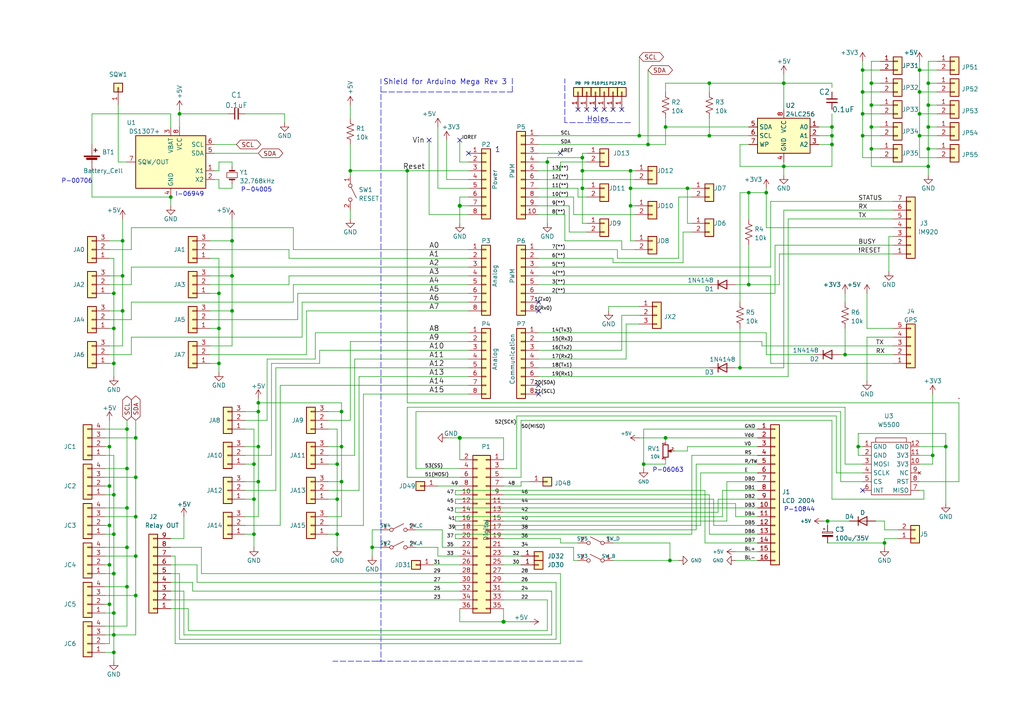
<source format=kicad_sch>
(kicad_sch (version 20211123) (generator eeschema)
  (paper "A4")
  (title_block (title "M304 UECS Controller shield for Arduino MEGA SMANOU2022") (date "2022-05-26") (rev "0.01") (company "AMPSD Kyushu Univ.") (comment 1 "RTC I2C"))
  (junction (at 266.7 33.02))
  (junction (at 270.51 132.08))
  (junction (at 33.02 95.25))
  (junction (at 245.11 102.87))
  (junction (at 39.37 172.72))
  (junction (at 274.32 129.54))
  (junction (at 73.66 154.94))
  (junction (at 250.19 26.67))
  (junction (at 214.63 106.68))
  (junction (at 97.79 154.94))
  (junction (at 133.35 59.69) (diameter 1.016))
  (junction (at 33.02 85.09))
  (junction (at 67.31 69.85))
  (junction (at 67.31 90.17))
  (junction (at 252.73 24.13))
  (junction (at 168.91 54.61))
  (junction (at 269.24 48.26))
  (junction (at 146.05 180.34) (diameter 1.016))
  (junction (at 31.75 140.97))
  (junction (at 252.73 36.83))
  (junction (at 248.92 129.54))
  (junction (at 269.24 30.48))
  (junction (at 52.07 33.02))
  (junction (at 182.88 54.61))
  (junction (at 118.11 49.53))
  (junction (at 97.79 144.78))
  (junction (at 33.02 154.94))
  (junction (at 269.24 43.18))
  (junction (at 35.56 69.85))
  (junction (at 217.17 82.55))
  (junction (at 63.5 95.25))
  (junction (at 31.75 175.26))
  (junction (at 168.91 45.72))
  (junction (at 36.83 135.89))
  (junction (at 107.95 158.75))
  (junction (at 33.02 189.23))
  (junction (at 39.37 149.86))
  (junction (at 266.7 39.37))
  (junction (at 193.04 36.83))
  (junction (at 39.37 127))
  (junction (at 33.02 166.37))
  (junction (at 73.66 144.78))
  (junction (at 33.02 105.41))
  (junction (at 63.5 85.09))
  (junction (at 266.7 26.67))
  (junction (at 31.75 152.4))
  (junction (at 252.73 43.18))
  (junction (at 49.53 57.15))
  (junction (at 194.31 162.56))
  (junction (at 63.5 105.41))
  (junction (at 39.37 138.43))
  (junction (at 36.83 147.32))
  (junction (at 74.93 129.54))
  (junction (at 227.33 48.26))
  (junction (at 186.69 134.62))
  (junction (at 33.02 143.51))
  (junction (at 256.54 157.48))
  (junction (at 73.66 134.62))
  (junction (at 31.75 163.83))
  (junction (at 101.6 49.53))
  (junction (at 35.56 90.17))
  (junction (at 74.93 139.7))
  (junction (at 241.3 39.37))
  (junction (at 205.74 24.13))
  (junction (at 39.37 161.29))
  (junction (at 168.91 49.53))
  (junction (at 31.75 129.54))
  (junction (at 74.93 119.38))
  (junction (at 199.39 54.61))
  (junction (at 187.96 41.91))
  (junction (at 36.83 124.46))
  (junction (at 182.88 59.69))
  (junction (at 266.7 20.32))
  (junction (at 250.19 20.32))
  (junction (at 99.06 119.38))
  (junction (at 182.88 49.53))
  (junction (at 185.42 39.37))
  (junction (at 250.19 33.02))
  (junction (at 250.19 39.37))
  (junction (at 99.06 139.7))
  (junction (at 33.02 184.15))
  (junction (at 33.02 177.8))
  (junction (at 252.73 30.48))
  (junction (at 133.35 127) (diameter 1.016))
  (junction (at 227.33 24.13))
  (junction (at 240.03 151.13))
  (junction (at 241.3 41.91))
  (junction (at 99.06 129.54))
  (junction (at 217.17 55.88))
  (junction (at 241.3 36.83))
  (junction (at 193.04 127))
  (junction (at 97.79 134.62))
  (junction (at 74.93 116.84))
  (junction (at 269.24 36.83))
  (junction (at 222.25 55.88))
  (junction (at 158.75 46.99))
  (junction (at 67.31 80.01))
  (junction (at 269.24 24.13))
  (junction (at 36.83 158.75))
  (junction (at 36.83 170.18))
  (junction (at 205.74 39.37))
  (junction (at 35.56 80.01))
  (no_connect (at 133.35 40.64))
  (no_connect (at 124.46 40.64))
  (no_connect (at 162.56 44.45))
  (no_connect (at 167.64 31.75))
  (no_connect (at 170.18 31.75))
  (no_connect (at 180.34 31.75))
  (no_connect (at 175.26 31.75))
  (no_connect (at 250.19 142.24))
  (no_connect (at 177.8 31.75))
  (no_connect (at 156.21 111.76))
  (no_connect (at 156.21 114.3))
  (no_connect (at 135.89 44.45))
  (no_connect (at 156.21 90.17))
  (no_connect (at 156.21 87.63))
  (no_connect (at 172.72 31.75))
  (wire (pts (xy 73.66 134.62) (xy 73.66 144.78)))
  (wire (pts (xy 95.25 154.94) (xy 97.79 154.94)))
  (wire (pts (xy 205.74 39.37) (xy 217.17 39.37)))
  (wire (pts (xy 213.36 162.56) (xy 219.71 162.56)))
  (wire (pts (xy 269.24 48.26) (xy 269.24 50.8)))
  (wire (pts (xy 81.28 111.76) (xy 81.28 152.4)))
  (wire (pts (xy 267.97 142.24) (xy 266.7 142.24)))
  (wire (pts (xy 168.91 64.77) (xy 170.18 64.77)))
  (wire (pts (xy 250.19 33.02) (xy 250.19 39.37)))
  (wire (pts (xy 151.13 138.43) (xy 146.05 138.43)))
  (wire (pts (xy 245.11 102.87) (xy 259.08 102.87)))
  (wire (pts (xy 238.76 151.13) (xy 240.03 151.13)))
  (wire (pts (xy 31.75 72.39) (xy 38.1 72.39)))
  (wire (pts (xy 132.08 147.32) (xy 219.71 147.32)))
  (wire (pts (xy 219.71 127) (xy 193.04 127)))
  (wire (pts (xy 31.75 175.26) (xy 31.75 186.69)))
  (wire (pts (xy 80.01 106.68) (xy 80.01 142.24)))
  (wire (pts (xy 176.53 88.9) (xy 176.53 90.17)))
  (wire (pts (xy 200.66 64.77) (xy 199.39 64.77)))
  (wire (pts (xy 63.5 54.61) (xy 67.31 54.61)))
  (wire (pts (xy 97.79 124.46) (xy 97.79 134.62)))
  (wire (pts (xy 87.63 87.63) (xy 135.89 87.63)))
  (wire (pts (xy 52.07 166.37) (xy 52.07 185.42)))
  (wire (pts (xy 133.35 161.29) (xy 127 161.29)))
  (wire (pts (xy 187.96 20.32) (xy 187.96 41.91)))
  (wire (pts (xy 146.05 151.13) (xy 210.82 151.13)))
  (wire (pts (xy 35.56 69.85) (xy 35.56 80.01)))
  (wire (pts (xy 196.85 74.93) (xy 196.85 57.15)))
  (wire (pts (xy 49.53 173.99) (xy 133.35 173.99)))
  (wire (pts (xy 266.7 134.62) (xy 270.51 134.62)))
  (wire (pts (xy 30.48 124.46) (xy 36.83 124.46)))
  (wire (pts (xy 213.36 82.55) (xy 217.17 82.55)))
  (wire (pts (xy 149.86 120.65) (xy 149.86 135.89)))
  (wire (pts (xy 71.12 119.38) (xy 74.93 119.38)))
  (wire (pts (xy 162.56 49.53) (xy 162.56 46.99)))
  (wire (pts (xy 146.05 180.34) (xy 133.35 180.34)))
  (wire (pts (xy 168.91 49.53) (xy 182.88 49.53)))
  (wire (pts (xy 49.53 33.02) (xy 49.53 36.83)))
  (wire (pts (xy 133.35 151.13) (xy 132.08 151.13)))
  (wire (pts (xy 223.52 58.42) (xy 223.52 77.47)))
  (wire (pts (xy 248.92 129.54) (xy 248.92 125.73)))
  (wire (pts (xy 52.07 33.02) (xy 52.07 36.83)))
  (wire (pts (xy 270.51 114.3) (xy 270.51 132.08)))
  (wire (pts (xy 193.04 26.67) (xy 193.04 24.13)))
  (wire (pts (xy 74.93 129.54) (xy 74.93 139.7)))
  (wire (pts (xy 269.24 48.26) (xy 252.73 48.26)))
  (wire (pts (xy 240.03 151.13) (xy 246.38 151.13)))
  (wire (pts (xy 54.61 182.88) (xy 158.75 182.88)))
  (wire (pts (xy 36.83 135.89) (xy 36.83 147.32)))
  (wire (pts (xy 146.05 133.35) (xy 146.05 127)))
  (wire (pts (xy 30.48 138.43) (xy 39.37 138.43)))
  (wire (pts (xy 182.88 59.69) (xy 184.15 59.69)))
  (wire (pts (xy 31.75 100.33) (xy 35.56 100.33)))
  (wire (pts (xy 146.05 166.37) (xy 162.56 166.37)))
  (wire (pts (xy 166.37 62.23) (xy 184.15 62.23)))
  (wire (pts (xy 156.21 54.61) (xy 167.64 54.61)))
  (wire (pts (xy 60.96 85.09) (xy 63.5 85.09)))
  (wire (pts (xy 133.35 57.15) (xy 133.35 59.69)))
  (wire (pts (xy 33.02 95.25) (xy 33.02 105.41)))
  (wire (pts (xy 241.3 33.02) (xy 241.3 36.83)))
  (wire (pts (xy 203.2 152.4) (xy 203.2 137.16)))
  (wire (pts (xy 33.02 184.15) (xy 33.02 189.23)))
  (wire (pts (xy 214.63 95.25) (xy 214.63 106.68)))
  (wire (pts (xy 101.6 41.91) (xy 101.6 49.53)))
  (wire (pts (xy 95.25 149.86) (xy 99.06 149.86)))
  (wire (pts (xy 151.13 121.92) (xy 151.13 138.43)))
  (wire (pts (xy 184.15 49.53) (xy 182.88 49.53)))
  (wire (pts (xy 180.34 91.44) (xy 185.42 91.44)))
  (wire (pts (xy 166.37 158.75) (xy 146.05 158.75)))
  (wire (pts (xy 82.55 33.02) (xy 82.55 35.56)))
  (wire (pts (xy 71.12 33.02) (xy 82.55 33.02)))
  (wire (pts (xy 92.71 101.6) (xy 135.89 101.6)))
  (wire (pts (xy 132.08 144.78) (xy 207.01 144.78)))
  (wire (pts (xy 170.18 44.45) (xy 168.91 44.45)))
  (wire (pts (xy 107.95 153.67) (xy 107.95 158.75)))
  (wire (pts (xy 132.08 146.05) (xy 132.08 144.78)))
  (wire (pts (xy 266.7 33.02) (xy 271.78 33.02)))
  (wire (pts (xy 193.04 133.35) (xy 193.04 134.62)))
  (wire (pts (xy 151.13 121.92) (xy 241.3 121.92)))
  (wire (pts (xy 58.42 166.37) (xy 133.35 166.37)))
  (wire (pts (xy 193.04 24.13) (xy 205.74 24.13)))
  (wire (pts (xy 213.36 160.02) (xy 219.71 160.02)))
  (wire (pts (xy 269.24 30.48) (xy 269.24 36.83)))
  (wire (pts (xy 259.08 71.12) (xy 224.79 71.12)))
  (wire (pts (xy 33.02 105.41) (xy 33.02 109.22)))
  (wire (pts (xy 227.33 21.59) (xy 227.33 24.13)))
  (wire (pts (xy 86.36 92.71) (xy 86.36 85.09)))
  (wire (pts (xy 166.37 162.56) (xy 166.37 158.75)))
  (wire (pts (xy 38.1 102.87) (xy 38.1 97.79)))
  (wire (pts (xy 133.35 59.69) (xy 133.35 64.77)))
  (wire (pts (xy 39.37 149.86) (xy 39.37 161.29)))
  (polyline (pts (xy 110.49 163.83) (xy 110.49 191.77)))
  (wire (pts (xy 74.93 116.84) (xy 74.93 119.38)))
  (wire (pts (xy 86.36 85.09) (xy 135.89 85.09)))
  (wire (pts (xy 266.7 39.37) (xy 266.7 45.72)))
  (wire (pts (xy 107.95 158.75) (xy 110.49 158.75)))
  (wire (pts (xy 177.8 74.93) (xy 177.8 76.2)))
  (wire (pts (xy 63.5 49.53) (xy 63.5 46.99)))
  (wire (pts (xy 205.74 143.51) (xy 205.74 154.94)))
  (wire (pts (xy 129.54 52.07) (xy 135.89 52.07)))
  (wire (pts (xy 199.39 54.61) (xy 200.66 54.61)))
  (wire (pts (xy 252.73 24.13) (xy 252.73 17.78)))
  (wire (pts (xy 31.75 152.4) (xy 31.75 163.83)))
  (polyline (pts (xy 182.88 35.56) (xy 163.83 35.56)) (stroke (width 0) (type dash)))
  (wire (pts (xy 63.5 95.25) (xy 63.5 105.41)))
  (wire (pts (xy 127 54.61) (xy 135.89 54.61)))
  (wire (pts (xy 71.12 152.4) (xy 81.28 152.4)))
  (wire (pts (xy 31.75 186.69) (xy 30.48 186.69)))
  (wire (pts (xy 252.73 43.18) (xy 252.73 36.83)))
  (wire (pts (xy 213.36 149.86) (xy 219.71 149.86)))
  (wire (pts (xy 127 36.83) (xy 127 54.61)))
  (wire (pts (xy 52.07 185.42) (xy 161.29 185.42)))
  (wire (pts (xy 71.12 132.08) (xy 78.74 132.08)))
  (wire (pts (xy 227.33 60.96) (xy 227.33 106.68)))
  (wire (pts (xy 146.05 153.67) (xy 201.93 153.67)))
  (wire (pts (xy 33.02 85.09) (xy 33.02 95.25)))
  (wire (pts (xy 55.88 171.45) (xy 133.35 171.45)))
  (wire (pts (xy 71.12 142.24) (xy 80.01 142.24)))
  (wire (pts (xy 193.04 127) (xy 193.04 128.27)))
  (wire (pts (xy 31.75 82.55) (xy 38.1 82.55)))
  (wire (pts (xy 35.56 63.5) (xy 35.56 69.85)))
  (wire (pts (xy 242.57 120.65) (xy 242.57 137.16)))
  (polyline (pts (xy 163.83 35.56) (xy 163.83 22.86)) (stroke (width 0) (type dash)))
  (wire (pts (xy 205.74 24.13) (xy 227.33 24.13)))
  (wire (pts (xy 228.6 63.5) (xy 228.6 109.22)))
  (wire (pts (xy 146.05 171.45) (xy 160.02 171.45)))
  (wire (pts (xy 186.69 134.62) (xy 186.69 135.89)))
  (wire (pts (xy 156.21 44.45) (xy 162.56 44.45)))
  (wire (pts (xy 133.35 143.51) (xy 132.08 143.51)))
  (wire (pts (xy 224.79 71.12) (xy 224.79 85.09)))
  (wire (pts (xy 256.54 156.21) (xy 256.54 157.48)))
  (wire (pts (xy 252.73 30.48) (xy 252.73 24.13)))
  (wire (pts (xy 278.13 116.84) (xy 118.11 116.84)))
  (wire (pts (xy 129.54 40.64) (xy 129.54 52.07)))
  (wire (pts (xy 163.83 69.85) (xy 180.34 69.85)))
  (wire (pts (xy 227.33 48.26) (xy 241.3 48.26)))
  (wire (pts (xy 71.12 154.94) (xy 73.66 154.94)))
  (wire (pts (xy 78.74 105.41) (xy 78.74 132.08)))
  (wire (pts (xy 67.31 90.17) (xy 67.31 100.33)))
  (wire (pts (xy 60.96 69.85) (xy 67.31 69.85)))
  (wire (pts (xy 243.84 102.87) (xy 245.11 102.87)))
  (wire (pts (xy 252.73 17.78) (xy 255.27 17.78)))
  (wire (pts (xy 57.15 168.91) (xy 133.35 168.91)))
  (wire (pts (xy 266.7 39.37) (xy 271.78 39.37)))
  (wire (pts (xy 85.09 72.39) (xy 135.89 72.39)))
  (wire (pts (xy 99.06 139.7) (xy 99.06 129.54)))
  (wire (pts (xy 132.08 153.67) (xy 132.08 152.4)))
  (wire (pts (xy 217.17 36.83) (xy 193.04 36.83)))
  (wire (pts (xy 120.65 119.38) (xy 243.84 119.38)))
  (wire (pts (xy 62.23 41.91) (xy 68.58 41.91)))
  (wire (pts (xy 80.01 106.68) (xy 135.89 106.68)))
  (wire (pts (xy 118.11 138.43) (xy 133.35 138.43)))
  (wire (pts (xy 31.75 95.25) (xy 33.02 95.25)))
  (wire (pts (xy 205.74 154.94) (xy 219.71 154.94)))
  (wire (pts (xy 81.28 111.76) (xy 135.89 111.76)))
  (wire (pts (xy 241.3 144.78) (xy 267.97 144.78)))
  (wire (pts (xy 217.17 55.88) (xy 222.25 55.88)))
  (wire (pts (xy 226.06 73.66) (xy 226.06 82.55)))
  (wire (pts (xy 132.08 152.4) (xy 203.2 152.4)))
  (wire (pts (xy 200.66 154.94) (xy 200.66 132.08)))
  (wire (pts (xy 88.9 90.17) (xy 135.89 90.17)))
  (wire (pts (xy 214.63 41.91) (xy 214.63 48.26)))
  (wire (pts (xy 227.33 24.13) (xy 241.3 24.13)))
  (wire (pts (xy 83.82 72.39) (xy 83.82 74.93)))
  (wire (pts (xy 256.54 157.48) (xy 256.54 158.75)))
  (wire (pts (xy 105.41 114.3) (xy 135.89 114.3)))
  (wire (pts (xy 146.05 140.97) (xy 151.13 140.97)))
  (wire (pts (xy 30.48 129.54) (xy 31.75 129.54)))
  (wire (pts (xy 278.13 139.7) (xy 278.13 116.84)))
  (wire (pts (xy 250.19 20.32) (xy 255.27 20.32)))
  (wire (pts (xy 158.75 45.72) (xy 158.75 46.99)))
  (wire (pts (xy 118.11 49.53) (xy 135.89 49.53)))
  (wire (pts (xy 217.17 82.55) (xy 226.06 82.55)))
  (wire (pts (xy 156.21 57.15) (xy 166.37 57.15)))
  (wire (pts (xy 156.21 109.22) (xy 228.6 109.22)))
  (wire (pts (xy 156.21 39.37) (xy 185.42 39.37)))
  (wire (pts (xy 104.14 142.24) (xy 104.14 109.22)))
  (wire (pts (xy 165.1 67.31) (xy 170.18 67.31)))
  (wire (pts (xy 156.21 72.39) (xy 179.07 72.39)))
  (wire (pts (xy 95.25 132.08) (xy 102.87 132.08)))
  (wire (pts (xy 199.39 130.81) (xy 199.39 129.54)))
  (wire (pts (xy 168.91 54.61) (xy 168.91 64.77)))
  (wire (pts (xy 49.53 57.15) (xy 49.53 59.69)))
  (wire (pts (xy 227.33 24.13) (xy 227.33 31.75)))
  (wire (pts (xy 260.35 156.21) (xy 256.54 156.21)))
  (wire (pts (xy 128.27 153.67) (xy 128.27 158.75)))
  (polyline (pts (xy 110.49 191.77) (xy 109.22 191.77)))
  (wire (pts (xy 267.97 144.78) (xy 267.97 142.24)))
  (wire (pts (xy 266.7 139.7) (xy 278.13 139.7)))
  (wire (pts (xy 266.7 45.72) (xy 271.78 45.72)))
  (wire (pts (xy 266.7 20.32) (xy 266.7 26.67)))
  (wire (pts (xy 49.53 156.21) (xy 53.34 156.21)))
  (wire (pts (xy 63.5 85.09) (xy 63.5 95.25)))
  (wire (pts (xy 39.37 184.15) (xy 33.02 184.15)))
  (wire (pts (xy 146.05 127) (xy 133.35 127)))
  (wire (pts (xy 99.06 116.84) (xy 74.93 116.84)))
  (wire (pts (xy 39.37 138.43) (xy 39.37 149.86)))
  (wire (pts (xy 39.37 121.92) (xy 39.37 127)))
  (wire (pts (xy 162.56 156.21) (xy 146.05 156.21)))
  (wire (pts (xy 271.78 24.13) (xy 269.24 24.13)))
  (wire (pts (xy 133.35 133.35) (xy 133.35 127)))
  (wire (pts (xy 95.25 134.62) (xy 97.79 134.62)))
  (wire (pts (xy 49.53 33.02) (xy 26.67 33.02)))
  (wire (pts (xy 132.08 156.21) (xy 132.08 154.94)))
  (wire (pts (xy 250.19 26.67) (xy 255.27 26.67)))
  (wire (pts (xy 201.93 134.62) (xy 219.71 134.62)))
  (wire (pts (xy 168.91 45.72) (xy 168.91 49.53)))
  (wire (pts (xy 34.29 30.48) (xy 34.29 46.99)))
  (wire (pts (xy 73.66 154.94) (xy 73.66 158.75)))
  (wire (pts (xy 31.75 102.87) (xy 38.1 102.87)))
  (wire (pts (xy 217.17 55.88) (xy 214.63 55.88)))
  (wire (pts (xy 270.51 132.08) (xy 266.7 132.08)))
  (wire (pts (xy 274.32 125.73) (xy 274.32 129.54)))
  (wire (pts (xy 54.61 182.88) (xy 54.61 176.53)))
  (wire (pts (xy 166.37 162.56) (xy 167.64 162.56)))
  (wire (pts (xy 250.19 26.67) (xy 250.19 33.02)))
  (wire (pts (xy 77.47 104.14) (xy 77.47 121.92)))
  (wire (pts (xy 101.6 49.53) (xy 101.6 50.8)))
  (wire (pts (xy 252.73 24.13) (xy 255.27 24.13)))
  (wire (pts (xy 95.25 121.92) (xy 101.6 121.92)))
  (wire (pts (xy 133.35 46.99) (xy 133.35 40.64)))
  (wire (pts (xy 187.96 41.91) (xy 193.04 41.91)))
  (wire (pts (xy 95.25 124.46) (xy 97.79 124.46)))
  (wire (pts (xy 269.24 24.13) (xy 269.24 30.48)))
  (wire (pts (xy 217.17 41.91) (xy 214.63 41.91)))
  (wire (pts (xy 31.75 92.71) (xy 38.1 92.71)))
  (wire (pts (xy 162.56 46.99) (xy 170.18 46.99)))
  (wire (pts (xy 71.12 124.46) (xy 73.66 124.46)))
  (wire (pts (xy 31.75 80.01) (xy 35.56 80.01)))
  (wire (pts (xy 156.21 99.06) (xy 220.98 99.06)))
  (wire (pts (xy 71.12 121.92) (xy 77.47 121.92)))
  (wire (pts (xy 105.41 152.4) (xy 105.41 114.3)))
  (wire (pts (xy 35.56 80.01) (xy 35.56 90.17)))
  (wire (pts (xy 74.93 139.7) (xy 71.12 139.7)))
  (wire (pts (xy 252.73 43.18) (xy 255.27 43.18)))
  (wire (pts (xy 182.88 54.61) (xy 182.88 59.69)))
  (wire (pts (xy 180.34 72.39) (xy 184.15 72.39)))
  (wire (pts (xy 30.48 172.72) (xy 39.37 172.72)))
  (wire (pts (xy 102.87 104.14) (xy 135.89 104.14)))
  (wire (pts (xy 87.63 97.79) (xy 87.63 87.63)))
  (wire (pts (xy 26.67 49.53) (xy 26.67 57.15)))
  (wire (pts (xy 156.21 49.53) (xy 162.56 49.53)))
  (wire (pts (xy 259.08 60.96) (xy 227.33 60.96)))
  (wire (pts (xy 135.89 46.99) (xy 133.35 46.99)))
  (wire (pts (xy 237.49 39.37) (xy 241.3 39.37)))
  (wire (pts (xy 83.82 74.93) (xy 135.89 74.93)))
  (wire (pts (xy 88.9 102.87) (xy 88.9 90.17)))
  (polyline (pts (xy 110.49 26.67) (xy 148.59 26.67)) (stroke (width 0) (type dash)))
  (wire (pts (xy 199.39 54.61) (xy 199.39 64.77)))
  (wire (pts (xy 257.81 68.58) (xy 257.81 78.74)))
  (wire (pts (xy 132.08 148.59) (xy 132.08 147.32)))
  (wire (pts (xy 266.7 26.67) (xy 266.7 33.02)))
  (wire (pts (xy 241.3 144.78) (xy 241.3 121.92)))
  (wire (pts (xy 128.27 153.67) (xy 120.65 153.67)))
  (wire (pts (xy 67.31 54.61) (xy 67.31 53.34)))
  (wire (pts (xy 186.69 124.46) (xy 186.69 134.62)))
  (wire (pts (xy 181.61 93.98) (xy 185.42 93.98)))
  (wire (pts (xy 156.21 77.47) (xy 223.52 77.47)))
  (wire (pts (xy 53.34 184.15) (xy 160.02 184.15)))
  (wire (pts (xy 252.73 30.48) (xy 255.27 30.48)))
  (wire (pts (xy 252.73 48.26) (xy 252.73 43.18)))
  (wire (pts (xy 243.84 139.7) (xy 250.19 139.7)))
  (wire (pts (xy 165.1 59.69) (xy 165.1 67.31)))
  (wire (pts (xy 60.96 102.87) (xy 88.9 102.87)))
  (wire (pts (xy 195.58 130.81) (xy 199.39 130.81)))
  (wire (pts (xy 182.88 59.69) (xy 182.88 69.85)))
  (wire (pts (xy 214.63 55.88) (xy 214.63 87.63)))
  (wire (pts (xy 156.21 52.07) (xy 184.15 52.07)))
  (wire (pts (xy 120.65 135.89) (xy 133.35 135.89)))
  (wire (pts (xy 245.11 85.09) (xy 245.11 87.63)))
  (wire (pts (xy 269.24 36.83) (xy 269.24 43.18)))
  (wire (pts (xy 194.31 162.56) (xy 196.85 162.56)))
  (wire (pts (xy 30.48 163.83) (xy 31.75 163.83)))
  (wire (pts (xy 198.12 76.2) (xy 198.12 67.31)))
  (wire (pts (xy 78.74 105.41) (xy 92.71 105.41)))
  (wire (pts (xy 201.93 153.67) (xy 201.93 134.62)))
  (wire (pts (xy 74.93 119.38) (xy 74.93 129.54)))
  (wire (pts (xy 269.24 43.18) (xy 269.24 48.26)))
  (wire (pts (xy 63.5 105.41) (xy 63.5 107.95)))
  (wire (pts (xy 274.32 129.54) (xy 266.7 129.54)))
  (wire (pts (xy 168.91 54.61) (xy 170.18 54.61)))
  (wire (pts (xy 207.01 152.4) (xy 219.71 152.4)))
  (polyline (pts (xy 110.49 163.83) (xy 110.49 22.86)) (stroke (width 0) (type dash)))
  (wire (pts (xy 153.67 180.34) (xy 146.05 180.34)))
  (wire (pts (xy 128.27 158.75) (xy 133.35 158.75)))
  (wire (pts (xy 30.48 158.75) (xy 36.83 158.75)))
  (wire (pts (xy 146.05 146.05) (xy 213.36 146.05)))
  (wire (pts (xy 162.56 166.37) (xy 162.56 186.69)))
  (wire (pts (xy 146.05 135.89) (xy 149.86 135.89)))
  (wire (pts (xy 182.88 54.61) (xy 199.39 54.61)))
  (wire (pts (xy 31.75 121.92) (xy 31.75 129.54)))
  (wire (pts (xy 30.48 166.37) (xy 33.02 166.37)))
  (wire (pts (xy 250.19 17.78) (xy 250.19 20.32)))
  (wire (pts (xy 53.34 171.45) (xy 49.53 171.45)))
  (wire (pts (xy 196.85 57.15) (xy 200.66 57.15)))
  (wire (pts (xy 63.5 46.99) (xy 67.31 46.99)))
  (wire (pts (xy 209.55 142.24) (xy 219.71 142.24)))
  (wire (pts (xy 30.48 149.86) (xy 39.37 149.86)))
  (wire (pts (xy 30.48 175.26) (xy 31.75 175.26)))
  (wire (pts (xy 95.25 139.7) (xy 99.06 139.7)))
  (wire (pts (xy 67.31 69.85) (xy 67.31 80.01)))
  (wire (pts (xy 33.02 154.94) (xy 33.02 166.37)))
  (wire (pts (xy 30.48 132.08) (xy 33.02 132.08)))
  (wire (pts (xy 39.37 127) (xy 39.37 138.43)))
  (wire (pts (xy 71.12 134.62) (xy 73.66 134.62)))
  (wire (pts (xy 58.42 158.75) (xy 58.42 166.37)))
  (wire (pts (xy 102.87 132.08) (xy 102.87 104.14)))
  (wire (pts (xy 156.21 106.68) (xy 205.74 106.68)))
  (wire (pts (xy 38.1 92.71) (xy 38.1 87.63)))
  (wire (pts (xy 156.21 41.91) (xy 187.96 41.91)))
  (wire (pts (xy 259.08 100.33) (xy 220.98 100.33)))
  (wire (pts (xy 31.75 140.97) (xy 31.75 152.4)))
  (wire (pts (xy 31.75 129.54) (xy 31.75 140.97)))
  (wire (pts (xy 60.96 95.25) (xy 63.5 95.25)))
  (wire (pts (xy 99.06 149.86) (xy 99.06 139.7)))
  (wire (pts (xy 133.35 163.83) (xy 125.73 163.83)))
  (wire (pts (xy 104.14 109.22) (xy 135.89 109.22)))
  (wire (pts (xy 204.47 142.24) (xy 204.47 157.48)))
  (wire (pts (xy 180.34 69.85) (xy 180.34 72.39)))
  (wire (pts (xy 269.24 17.78) (xy 269.24 24.13)))
  (wire (pts (xy 30.48 152.4) (xy 31.75 152.4)))
  (wire (pts (xy 38.1 97.79) (xy 87.63 97.79)))
  (wire (pts (xy 146.05 143.51) (xy 205.74 143.51)))
  (wire (pts (xy 67.31 100.33) (xy 60.96 100.33)))
  (wire (pts (xy 241.3 39.37) (xy 241.3 36.83)))
  (wire (pts (xy 251.46 85.09) (xy 251.46 95.25)))
  (wire (pts (xy 259.08 97.79) (xy 251.46 97.79)))
  (wire (pts (xy 38.1 72.39) (xy 38.1 66.04)))
  (wire (pts (xy 222.25 66.04) (xy 259.08 66.04)))
  (wire (pts (xy 158.75 46.99) (xy 156.21 46.99)))
  (wire (pts (xy 156.21 96.52) (xy 222.25 96.52)))
  (wire (pts (xy 156.21 74.93) (xy 177.8 74.93)))
  (wire (pts (xy 266.7 20.32) (xy 271.78 20.32)))
  (wire (pts (xy 118.11 49.53) (xy 118.11 116.84)))
  (wire (pts (xy 85.09 87.63) (xy 85.09 82.55)))
  (wire (pts (xy 156.21 59.69) (xy 165.1 59.69)))
  (wire (pts (xy 146.05 180.34) (xy 146.05 176.53)))
  (wire (pts (xy 135.89 59.69) (xy 133.35 59.69)))
  (wire (pts (xy 217.17 71.12) (xy 217.17 82.55)))
  (wire (pts (xy 205.74 24.13) (xy 205.74 26.67)))
  (wire (pts (xy 200.66 132.08) (xy 219.71 132.08)))
  (wire (pts (xy 36.83 158.75) (xy 36.83 170.18)))
  (wire (pts (xy 39.37 161.29) (xy 39.37 172.72)))
  (wire (pts (xy 71.12 149.86) (xy 74.93 149.86)))
  (wire (pts (xy 57.15 163.83) (xy 57.15 168.91)))
  (wire (pts (xy 146.05 161.29) (xy 151.13 161.29)))
  (wire (pts (xy 177.8 162.56) (xy 194.31 162.56)))
  (wire (pts (xy 259.08 63.5) (xy 228.6 63.5)))
  (wire (pts (xy 33.02 177.8) (xy 33.02 184.15)))
  (wire (pts (xy 166.37 57.15) (xy 166.37 62.23)))
  (wire (pts (xy 95.25 152.4) (xy 105.41 152.4)))
  (wire (pts (xy 250.19 132.08) (xy 248.92 132.08)))
  (wire (pts (xy 38.1 82.55) (xy 38.1 77.47)))
  (wire (pts (xy 250.19 39.37) (xy 250.19 45.72)))
  (wire (pts (xy 62.23 44.45) (xy 74.93 44.45)))
  (wire (pts (xy 160.02 184.15) (xy 160.02 171.45)))
  (wire (pts (xy 101.6 49.53) (xy 118.11 49.53)))
  (wire (pts (xy 250.19 45.72) (xy 255.27 45.72)))
  (wire (pts (xy 146.05 163.83) (xy 151.13 163.83)))
  (wire (pts (xy 31.75 74.93) (xy 33.02 74.93)))
  (wire (pts (xy 250.19 39.37) (xy 255.27 39.37)))
  (wire (pts (xy 30.48 135.89) (xy 36.83 135.89)))
  (wire (pts (xy 167.64 54.61) (xy 167.64 57.15)))
  (wire (pts (xy 132.08 154.94) (xy 200.66 154.94)))
  (wire (pts (xy 135.89 62.23) (xy 124.46 62.23)))
  (wire (pts (xy 242.57 137.16) (xy 250.19 137.16)))
  (wire (pts (xy 163.83 62.23) (xy 163.83 69.85)))
  (wire (pts (xy 151.13 139.7) (xy 153.67 139.7)))
  (wire (pts (xy 118.11 138.43) (xy 118.11 118.11)))
  (wire (pts (xy 127 158.75) (xy 127 161.29)))
  (wire (pts (xy 217.17 63.5) (xy 217.17 55.88)))
  (wire (pts (xy 271.78 17.78) (xy 269.24 17.78)))
  (wire (pts (xy 49.53 166.37) (xy 52.07 166.37)))
  (wire (pts (xy 241.3 24.13) (xy 241.3 25.4)))
  (wire (pts (xy 222.25 54.61) (xy 222.25 55.88)))
  (wire (pts (xy 269.24 43.18) (xy 271.78 43.18)))
  (wire (pts (xy 185.42 39.37) (xy 205.74 39.37)))
  (wire (pts (xy 132.08 149.86) (xy 209.55 149.86)))
  (wire (pts (xy 62.23 52.07) (xy 63.5 52.07)))
  (wire (pts (xy 266.7 17.78) (xy 266.7 20.32)))
  (wire (pts (xy 167.64 57.15) (xy 170.18 57.15)))
  (wire (pts (xy 85.09 66.04) (xy 85.09 72.39)))
  (wire (pts (xy 95.25 119.38) (xy 99.06 119.38)))
  (wire (pts (xy 146.05 173.99) (xy 158.75 173.99)))
  (wire (pts (xy 30.48 154.94) (xy 33.02 154.94)))
  (wire (pts (xy 36.83 124.46) (xy 36.83 135.89)))
  (wire (pts (xy 274.32 146.05) (xy 274.32 129.54)))
  (wire (pts (xy 193.04 127) (xy 185.42 127)))
  (wire (pts (xy 26.67 33.02) (xy 26.67 41.91)))
  (wire (pts (xy 236.22 102.87) (xy 222.25 102.87)))
  (wire (pts (xy 132.08 151.13) (xy 132.08 149.86)))
  (wire (pts (xy 120.65 158.75) (xy 127 158.75)))
  (wire (pts (xy 36.83 170.18) (xy 36.83 181.61)))
  (wire (pts (xy 38.1 66.04) (xy 85.09 66.04)))
  (wire (pts (xy 181.61 104.14) (xy 181.61 93.98)))
  (wire (pts (xy 168.91 45.72) (xy 158.75 45.72)))
  (wire (pts (xy 127 140.97) (xy 133.35 140.97)))
  (wire (pts (xy 146.05 168.91) (xy 161.29 168.91)))
  (wire (pts (xy 60.96 92.71) (xy 86.36 92.71)))
  (wire (pts (xy 220.98 100.33) (xy 220.98 99.06)))
  (wire (pts (xy 185.42 16.51) (xy 185.42 39.37)))
  (wire (pts (xy 226.06 73.66) (xy 259.08 73.66)))
  (wire (pts (xy 97.79 134.62) (xy 97.79 144.78)))
  (wire (pts (xy 133.35 153.67) (xy 132.08 153.67)))
  (wire (pts (xy 177.8 76.2) (xy 198.12 76.2)))
  (wire (pts (xy 156.21 104.14) (xy 181.61 104.14)))
  (wire (pts (xy 30.48 170.18) (xy 36.83 170.18)))
  (wire (pts (xy 97.79 154.94) (xy 97.79 158.75)))
  (wire (pts (xy 33.02 143.51) (xy 33.02 154.94)))
  (wire (pts (xy 162.56 157.48) (xy 162.56 156.21)))
  (wire (pts (xy 53.34 149.86) (xy 53.34 156.21)))
  (wire (pts (xy 161.29 185.42) (xy 161.29 168.91)))
  (wire (pts (xy 101.6 99.06) (xy 135.89 99.06)))
  (wire (pts (xy 158.75 182.88) (xy 158.75 173.99)))
  (wire (pts (xy 135.89 57.15) (xy 133.35 57.15)))
  (wire (pts (xy 60.96 80.01) (xy 67.31 80.01)))
  (wire (pts (xy 67.31 46.99) (xy 67.31 48.26)))
  (wire (pts (xy 30.48 147.32) (xy 36.83 147.32)))
  (wire (pts (xy 214.63 106.68) (xy 213.36 106.68)))
  (wire (pts (xy 53.34 184.15) (xy 53.34 171.45)))
  (wire (pts (xy 266.7 33.02) (xy 266.7 39.37)))
  (wire (pts (xy 31.75 163.83) (xy 31.75 175.26)))
  (wire (pts (xy 237.49 41.91) (xy 241.3 41.91)))
  (wire (pts (xy 67.31 80.01) (xy 67.31 90.17)))
  (wire (pts (xy 33.02 166.37) (xy 33.02 177.8)))
  (wire (pts (xy 133.35 146.05) (xy 132.08 146.05)))
  (wire (pts (xy 31.75 85.09) (xy 33.02 85.09)))
  (wire (pts (xy 63.5 52.07) (xy 63.5 54.61)))
  (wire (pts (xy 208.28 144.78) (xy 219.71 144.78)))
  (wire (pts (xy 182.88 49.53) (xy 182.88 54.61)))
  (wire (pts (xy 227.33 48.26) (xy 227.33 50.8)))
  (wire (pts (xy 33.02 74.93) (xy 33.02 85.09)))
  (wire (pts (xy 97.79 144.78) (xy 97.79 154.94)))
  (wire (pts (xy 194.31 157.48) (xy 194.31 162.56)))
  (wire (pts (xy 259.08 68.58) (xy 257.81 68.58)))
  (wire (pts (xy 223.52 105.41) (xy 223.52 80.01)))
  (wire (pts (xy 156.21 62.23) (xy 163.83 62.23)))
  (wire (pts (xy 146.05 148.59) (xy 208.28 148.59)))
  (wire (pts (xy 31.75 105.41) (xy 33.02 105.41)))
  (wire (pts (xy 256.54 151.13) (xy 256.54 153.67)))
  (wire (pts (xy 71.12 129.54) (xy 74.93 129.54)))
  (wire (pts (xy 179.07 74.93) (xy 196.85 74.93)))
  (polyline (pts (xy 148.59 26.67) (xy 148.59 22.225)) (stroke (width 0) (type dash)))
  (wire (pts (xy 245.11 118.11) (xy 245.11 134.62)))
  (wire (pts (xy 63.5 74.93) (xy 63.5 85.09)))
  (wire (pts (xy 132.08 142.24) (xy 204.47 142.24)))
  (wire (pts (xy 67.31 63.5) (xy 67.31 69.85)))
  (wire (pts (xy 99.06 116.84) (xy 99.06 119.38)))
  (wire (pts (xy 95.25 129.54) (xy 99.06 129.54)))
  (wire (pts (xy 241.3 36.83) (xy 237.49 36.83)))
  (wire (pts (xy 34.29 46.99) (xy 36.83 46.99)))
  (wire (pts (xy 214.63 106.68) (xy 227.33 106.68)))
  (wire (pts (xy 252.73 36.83) (xy 255.27 36.83)))
  (wire (pts (xy 256.54 153.67) (xy 260.35 153.67)))
  (wire (pts (xy 214.63 48.26) (xy 227.33 48.26)))
  (wire (pts (xy 156.21 101.6) (xy 180.34 101.6)))
  (wire (pts (xy 252.73 36.83) (xy 252.73 30.48)))
  (wire (pts (xy 250.19 20.32) (xy 250.19 26.67)))
  (wire (pts (xy 83.82 80.01) (xy 135.89 80.01)))
  (wire (pts (xy 101.6 30.48) (xy 101.6 34.29)))
  (wire (pts (xy 30.48 161.29) (xy 39.37 161.29)))
  (wire (pts (xy 168.91 49.53) (xy 168.91 54.61)))
  (wire (pts (xy 49.53 168.91) (xy 55.88 168.91)))
  (wire (pts (xy 35.56 90.17) (xy 35.56 100.33)))
  (wire (pts (xy 210.82 151.13) (xy 210.82 139.7)))
  (wire (pts (xy 36.83 121.92) (xy 36.83 124.46)))
  (wire (pts (xy 198.12 67.31) (xy 200.66 67.31)))
  (wire (pts (xy 133.35 148.59) (xy 132.08 148.59)))
  (wire (pts (xy 250.19 129.54) (xy 248.92 129.54)))
  (wire (pts (xy 118.11 118.11) (xy 245.11 118.11)))
  (wire (pts (xy 177.8 157.48) (xy 194.31 157.48)))
  (wire (pts (xy 39.37 172.72) (xy 39.37 184.15)))
  (wire (pts (xy 213.36 146.05) (xy 213.36 149.86)))
  (wire (pts (xy 259.08 58.42) (xy 223.52 58.42)))
  (wire (pts (xy 30.48 140.97) (xy 31.75 140.97)))
  (wire (pts (xy 133.35 180.34) (xy 133.35 176.53)))
  (wire (pts (xy 38.1 87.63) (xy 85.09 87.63)))
  (wire (pts (xy 36.83 147.32) (xy 36.83 158.75)))
  (wire (pts (xy 245.11 134.62) (xy 250.19 134.62)))
  (wire (pts (xy 270.51 132.08) (xy 270.51 134.62)))
  (wire (pts (xy 251.46 97.79) (xy 251.46 110.49)))
  (wire (pts (xy 207.01 144.78) (xy 207.01 152.4)))
  (wire (pts (xy 227.33 46.99) (xy 227.33 48.26)))
  (wire (pts (xy 167.64 157.48) (xy 162.56 157.48)))
  (wire (pts (xy 241.3 41.91) (xy 241.3 39.37)))
  (wire (pts (xy 248.92 129.54) (xy 248.92 132.08)))
  (wire (pts (xy 95.25 144.78) (xy 97.79 144.78)))
  (wire (pts (xy 245.11 95.25) (xy 245.11 102.87)))
  (wire (pts (xy 74.93 115.57) (xy 74.93 116.84)))
  (wire (pts (xy 149.86 120.65) (xy 242.57 120.65)))
  (wire (pts (xy 60.96 74.93) (xy 63.5 74.93)))
  (wire (pts (xy 269.24 30.48) (xy 271.78 30.48)))
  (wire (pts (xy 60.96 82.55) (xy 83.82 82.55)))
  (wire (pts (xy 36.83 181.61) (xy 30.48 181.61)))
  (wire (pts (xy 50.8 186.69) (xy 162.56 186.69)))
  (wire (pts (xy 52.07 31.75) (xy 52.07 33.02)))
  (wire (pts (xy 243.84 119.38) (xy 243.84 139.7)))
  (wire (pts (xy 251.46 95.25) (xy 259.08 95.25)))
  (wire (pts (xy 91.44 96.52) (xy 135.89 96.52)))
  (wire (pts (xy 266.7 26.67) (xy 271.78 26.67)))
  (wire (pts (xy 254 151.13) (xy 256.54 151.13)))
  (wire (pts (xy 30.48 177.8) (xy 33.02 177.8)))
  (wire (pts (xy 222.25 102.87) (xy 222.25 96.52)))
  (wire (pts (xy 54.61 176.53) (xy 49.53 176.53)))
  (wire (pts (xy 55.88 168.91) (xy 55.88 171.45)))
  (wire (pts (xy 31.75 69.85) (xy 35.56 69.85)))
  (wire (pts (xy 240.03 152.4) (xy 240.03 151.13)))
  (wire (pts (xy 185.42 88.9) (xy 176.53 88.9)))
  (wire (pts (xy 73.66 124.46) (xy 73.66 134.62)))
  (wire (pts (xy 209.55 149.86) (xy 209.55 142.24)))
  (wire (pts (xy 52.07 33.02) (xy 66.04 33.02)))
  (wire (pts (xy 269.24 36.83) (xy 271.78 36.83)))
  (wire (pts (xy 101.6 60.96) (xy 101.6 63.5)))
  (wire (pts (xy 193.04 34.29) (xy 193.04 36.83)))
  (wire (pts (xy 156.21 85.09) (xy 224.79 85.09)))
  (wire (pts (xy 31.75 90.17) (xy 35.56 90.17)))
  (wire (pts (xy 50.8 186.69) (xy 50.8 161.29)))
  (wire (pts (xy 95.25 142.24) (xy 104.14 142.24)))
  (wire (pts (xy 132.08 143.51) (xy 132.08 142.24)))
  (wire (pts (xy 49.53 158.75) (xy 58.42 158.75)))
  (wire (pts (xy 219.71 124.46) (xy 186.69 124.46)))
  (wire (pts (xy 199.39 129.54) (xy 219.71 129.54)))
  (wire (pts (xy 186.69 134.62) (xy 193.04 134.62)))
  (wire (pts (xy 156.21 82.55) (xy 205.74 82.55)))
  (wire (pts (xy 60.96 72.39) (xy 83.82 72.39)))
  (wire (pts (xy 210.82 139.7) (xy 219.71 139.7)))
  (wire (pts (xy 91.44 104.14) (xy 91.44 96.52)))
  (wire (pts (xy 110.49 153.67) (xy 107.95 153.67)))
  (wire (pts (xy 208.28 148.59) (xy 208.28 144.78)))
  (wire (pts (xy 33.02 132.08) (xy 33.02 143.51)))
  (wire (pts (xy 168.91 44.45) (xy 168.91 45.72)))
  (wire (pts (xy 203.2 137.16) (xy 219.71 137.16)))
  (wire (pts (xy 248.92 125.73) (xy 274.32 125.73)))
  (wire (pts (xy 99.06 119.38) (xy 99.06 129.54)))
  (wire (pts (xy 33.02 184.15) (xy 30.48 184.15)))
  (wire (pts (xy 30.48 189.23) (xy 33.02 189.23)))
  (wire (pts (xy 241.3 48.26) (xy 241.3 41.91)))
  (wire (pts (xy 193.04 36.83) (xy 193.04 41.91)))
  (wire (pts (xy 30.48 143.51) (xy 33.02 143.51)))
  (wire (pts (xy 38.1 77.47) (xy 135.89 77.47)))
  (wire (pts (xy 30.48 127) (xy 39.37 127)))
  (wire (pts (xy 179.07 72.39) (xy 179.07 74.93)))
  (wire (pts (xy 204.47 157.48) (xy 219.71 157.48)))
  (wire (pts (xy 26.67 57.15) (xy 49.53 57.15)))
  (wire (pts (xy 182.88 69.85) (xy 184.15 69.85)))
  (wire (pts (xy 101.6 99.06) (xy 101.6 121.92)))
  (wire (pts (xy 60.96 105.41) (xy 63.5 105.41)))
  (wire (pts (xy 151.13 140.97) (xy 151.13 139.7)))
  (wire (pts (xy 133.35 156.21) (xy 132.08 156.21)))
  (wire (pts (xy 71.12 144.78) (xy 73.66 144.78)))
  (wire (pts (xy 50.8 161.29) (xy 49.53 161.29)))
  (wire (pts (xy 49.53 163.83) (xy 57.15 163.83)))
  (wire (pts (xy 124.46 62.23) (xy 124.46 40.64)))
  (wire (pts (xy 107.95 158.75) (xy 107.95 161.29)))
  (wire (pts (xy 133.35 127) (xy 129.54 127)))
  (wire (pts (xy 240.03 157.48) (xy 256.54 157.48)))
  (wire (pts (xy 259.08 105.41) (xy 223.52 105.41)))
  (wire (pts (xy 205.74 34.29) (xy 205.74 39.37)))
  (wire (pts (xy 60.96 90.17) (xy 67.31 90.17)))
  (wire (pts (xy 83.82 82.55) (xy 83.82 80.01)))
  (wire (pts (xy 250.19 33.02) (xy 255.27 33.02)))
  (wire (pts (xy 222.25 55.88) (xy 222.25 66.04)))
  (wire (pts (xy 74.93 149.86) (xy 74.93 139.7)))
  (wire (pts (xy 120.65 119.38) (xy 120.65 135.89)))
  (wire (pts (xy 73.66 144.78) (xy 73.66 154.94)))
  (polyline (pts (xy 168.91 191.77) (xy 96.52 191.77)) (stroke (width 0) (type dash)))
  (wire (pts (xy 85.09 82.55) (xy 135.89 82.55)))
  (wire (pts (xy 158.75 64.77) (xy 158.75 46.99)))
  (wire (pts (xy 77.47 104.14) (xy 91.44 104.14)))
  (wire (pts (xy 180.34 101.6) (xy 180.34 91.44)))
  (wire (pts (xy 33.02 189.23) (xy 33.02 191.77)))
  (wire (pts (xy 156.21 80.01) (xy 223.52 80.01)))
  (wire (pts (xy 62.23 49.53) (xy 63.5 49.53)))
  (wire (pts (xy 92.71 105.41) (xy 92.71 101.6)))
  (text "P-10844" (at 227.33 148.59 0) (effects (font (size 1.27 1.27)) (justify left bottom)))
  (text "P-00706" (at 17.78 53.34 0) (effects (font (size 1.27 1.27)) (justify left bottom)))
  (text "P-06063" (at 189.23 137.16 0) (effects (font (size 1.27 1.27)) (justify left bottom)))
  (text "1" (at 143.51 44.45 0) (effects (font (size 1.524 1.524)) (justify left bottom)))
  (text "I-06949" (at 50.8 57.15 0) (effects (font (size 1.27 1.27)) (justify left bottom)))
  (text "P-04005" (at 69.85 55.88 0) (effects (font (size 1.27 1.27)) (justify left bottom)))
  (text "Holes" (at 170.18 35.56 0) (effects (font (size 1.524 1.524)) (justify left bottom)))
  (text "Shield for Arduino Mega Rev 3" (at 111.125 24.765 0) (effects (font (size 1.524 1.524)) (justify left bottom)))
  (label "21(SCL)" (at 154.94 114.3 0) (effects (font (size 1 1))))
  (label "36" (at 151.13 156.21 0) (effects (font (size 1 1))))
  (label "0(Rx0)" (at 154.94 90.17 0) (effects (font (size 1 1))))
  (label "17(Rx2)" (at 160.02 104.14 0) (effects (font (size 1 1))))
  (label "19(Rx1)" (at 160.02 109.22 0) (effects (font (size 1 1))))
  (label "SDA" (at 162.56 41.91 0) (effects (font (size 1 1))))
  (label "A14" (at 124.46 111.76 0) (effects (font (size 1.524 1.524))))
  (label "51(MOSI)" (at 123.19 138.43 0) (effects (font (size 1 1))))
  (label "41" (at 132.08 151.13 180) (effects (font (size 1 1))))
  (label "STATUS" (at 248.92 58.42 0))
  (label "43" (at 129.54 148.59 0) (effects (font (size 1 1))))
  (label "1(Tx0)" (at 154.94 87.63 0) (effects (font (size 1 1))))
  (label "A3" (at 124.46 80.01 0) (effects (font (size 1.524 1.524))))
  (label "DB0" (at 215.9 139.7 0) (effects (font (size 1 1))))
  (label "45" (at 129.54 146.05 0) (effects (font (size 1 1))))
  (label "RX" (at 254 102.87 0))
  (label "9(**)" (at 160.02 59.69 0) (effects (font (size 1 1))))
  (label "DB4" (at 215.9 149.86 0) (effects (font (size 1 1))))
  (label "SCL" (at 162.56 39.37 0) (effects (font (size 1 1))))
  (label "A8" (at 124.46 96.52 0) (effects (font (size 1.524 1.524))))
  (label "14(Tx3)" (at 160.02 96.52 0) (effects (font (size 1 1))))
  (label "27" (at 125.73 168.91 0) (effects (font (size 1 1))))
  (label "12(**)" (at 160.02 52.07 0) (effects (font (size 1 1))))
  (label "A5" (at 124.46 85.09 0) (effects (font (size 1.524 1.524))))
  (label "IOREF" (at 138.43 40.64 180) (effects (font (size 1 1))))
  (label "3(**)" (at 160.02 82.55 0) (effects (font (size 1 1))))
  (label "DB5" (at 215.9 152.4 0) (effects (font (size 1 1))))
  (label "Reset" (at 116.84 49.53 0) (effects (font (size 1.524 1.524))))
  (label "BUSY" (at 248.92 71.12 0))
  (label "RX" (at 248.92 60.96 0))
  (label "A0" (at 124.46 72.39 0) (effects (font (size 1.524 1.524))))
  (label "A1" (at 124.46 74.93 0) (effects (font (size 1.524 1.524))))
  (label "A11" (at 124.46 104.14 0) (effects (font (size 1.524 1.524))))
  (label "40" (at 151.13 151.13 0) (effects (font (size 1 1))))
  (label "53(SS)" (at 123.19 135.89 0) (effects (font (size 1 1))))
  (label "R{slash}!W" (at 215.9 134.62 0) (effects (font (size 1 1))))
  (label "BL+" (at 215.9 160.02 0) (effects (font (size 1 1))))
  (label "30" (at 148.59 163.83 0) (effects (font (size 1 1))))
  (label "TX" (at 254 100.33 0))
  (label "31" (at 125.73 163.83 0) (effects (font (size 1 1))))
  (label "28" (at 151.13 166.37 0) (effects (font (size 1 1))))
  (label "44" (at 151.13 146.05 0) (effects (font (size 1 1))))
  (label "6(**)" (at 160.02 74.93 0) (effects (font (size 1 1))))
  (label "BL-" (at 215.9 162.56 0) (effects (font (size 1 1))))
  (label "5(**)" (at 160.02 77.47 0) (effects (font (size 1 1))))
  (label "37" (at 129.54 156.21 0) (effects (font (size 1 1))))
  (label "38" (at 151.13 153.67 0) (effects (font (size 1 1))))
  (label "TX" (at 248.92 63.5 0))
  (label "29" (at 125.73 166.37 0) (effects (font (size 1 1))))
  (label "GND" (at 215.9 124.46 0) (effects (font (size 1 1))))
  (label "18(Tx1)" (at 160.02 106.68 0) (effects (font (size 1 1))))
  (label "24" (at 151.13 171.45 0) (effects (font (size 1 1))))
  (label "DB2" (at 215.9 144.78 0) (effects (font (size 1 1))))
  (label "A9" (at 124.46 99.06 0) (effects (font (size 1.524 1.524))))
  (label "39" (at 132.08 153.67 180) (effects (font (size 1 1))))
  (label "22" (at 151.13 173.99 0) (effects (font (size 1 1))))
  (label "E" (at 215.9 137.16 0) (effects (font (size 1 1))))
  (label "DB1" (at 215.9 142.24 0) (effects (font (size 1 1))))
  (label "Vdd" (at 215.9 127 0) (effects (font (size 1 1))))
  (label "!RESET" (at 248.92 73.66 0))
  (label "A15" (at 124.46 114.3 0) (effects (font (size 1.524 1.524))))
  (label "DB6" (at 215.9 154.94 0) (effects (font (size 1 1))))
  (label "RS" (at 215.9 132.08 0) (effects (font (size 1 1))))
  (label "A6" (at 124.46 87.63 0) (effects (font (size 1.524 1.524))))
  (label "DB7" (at 215.9 157.48 0) (effects (font (size 1 1))))
  (label "48" (at 147.32 140.97 0) (effects (font (size 1 1))))
  (label "Vin" (at 123.19 41.91 180) (effects (font (size 1.524 1.524))))
  (label "A7" (at 124.46 90.17 0) (effects (font (size 1.524 1.524))))
  (label "23" (at 125.73 173.99 0) (effects (font (size 1 1))))
  (label "2(**)" (at 160.02 85.09 0) (effects (font (size 1 1))))
  (label "49" (at 130.81 140.97 0) (effects (font (size 1 1))))
  (label "A13" (at 124.46 109.22 0) (effects (font (size 1.524 1.524))))
  (label "A2" (at 124.46 77.47 0) (effects (font (size 1.524 1.524))))
  (label "A12" (at 124.46 106.68 0) (effects (font (size 1.524 1.524))))
  (label "50(MISO)" (at 151.13 124.46 0) (effects (font (size 1 1))))
  (label "52(SCK)" (at 149.86 123.19 180) (effects (font (size 1 1))))
  (label "26" (at 151.13 168.91 0) (effects (font (size 1 1))))
  (label "47" (at 129.54 143.51 0) (effects (font (size 1 1))))
  (label "A4" (at 124.46 82.55 0) (effects (font (size 1.524 1.524))))
  (label "8(**)" (at 160.02 62.23 0) (effects (font (size 1 1))))
  (label "42" (at 151.13 148.59 0) (effects (font (size 1 1))))
  (label "A10" (at 124.46 101.6 0) (effects (font (size 1.524 1.524))))
  (label "7(**)" (at 160.02 72.39 0) (effects (font (size 1 1))))
  (label "20(SDA)" (at 154.94 111.76 0) (effects (font (size 1 1))))
  (label "16(Tx2)" (at 160.02 101.6 0) (effects (font (size 1 1))))
  (label "46" (at 151.13 143.51 0) (effects (font (size 1 1))))
  (label "11(**)" (at 160.02 54.61 0) (effects (font (size 1 1))))
  (label "4(**)" (at 160.02 80.01 0) (effects (font (size 1 1))))
  (label "V0" (at 215.9 129.54 0) (effects (font (size 1 1))))
  (label "13(**)" (at 160.02 49.53 0) (effects (font (size 1 1))))
  (label "15(Rx3)" (at 160.02 99.06 0) (effects (font (size 1 1))))
  (label "10(**)" (at 160.02 57.15 0) (effects (font (size 1 1))))
  (label "32" (at 148.59 161.29 0) (effects (font (size 1 1))))
  (label "33" (at 129.54 161.29 0) (effects (font (size 1 1))))
  (label "34" (at 151.13 158.75 0) (effects (font (size 1 1))))
  (label "35" (at 129.54 158.75 0) (effects (font (size 1 1))))
  (label "25" (at 125.73 171.45 0) (effects (font (size 1 1))))
  (label "DB3" (at 215.9 147.32 0) (effects (font (size 1 1))))
  (label "AREF" (at 162.56 44.45 0) (effects (font (size 1 1))))
  (global_label "SDA" (shape bidirectional) (at 187.96 20.32 0) (property "シート間のリファレンス" "${INTERSHEET_REFS}" (effects hide)))
  (global_label "SCL" (shape bidirectional) (at 185.42 16.51 0) (property "シート間のリファレンス" "${INTERSHEET_REFS}" (effects hide)))
  (global_label "SCL" (shape bidirectional) (at 68.58 41.91 0) (property "シート間のリファレンス" "${INTERSHEET_REFS}" (effects hide)))
  (global_label "SCL" (shape bidirectional) (at 36.83 121.92 90) (property "シート間のリファレンス" "${INTERSHEET_REFS}" (effects hide)))
  (global_label "SDA" (shape bidirectional) (at 39.37 121.92 90) (property "シート間のリファレンス" "${INTERSHEET_REFS}" (effects hide)))
  (global_label "SDA" (shape bidirectional) (at 74.93 44.45 0) (property "シート間のリファレンス" "${INTERSHEET_REFS}" (effects hide)))
  (symbol (lib_id "Connector_Generic:Conn_01x01") (at 167.64 26.67 90) (unit 1)
    (property "Reference" "P8" (at 167.64 24.13 90) (effects (font (size 0.7874 0.7874))))
    (property "Value" "CONN_01X01" (effects hide))
    (property "Footprint" "Socket_Arduino_Mega:Arduino_1pin" (effects hide))
  )
  (symbol (lib_id "Connector_Generic:Conn_01x01") (at 170.18 26.67 90) (unit 1)
    (property "Reference" "P9" (at 170.18 24.13 90) (effects (font (size 0.7874 0.7874))))
    (property "Value" "CONN_01X01" (effects hide))
    (property "Footprint" "Socket_Arduino_Mega:Arduino_1pin" (effects hide))
  )
  (symbol (lib_id "Connector_Generic:Conn_01x01") (at 172.72 26.67 90) (unit 1)
    (property "Reference" "P10" (at 172.72 24.13 90) (effects (font (size 0.7874 0.7874))))
    (property "Value" "CONN_01X01" (effects hide))
    (property "Footprint" "Socket_Arduino_Mega:Arduino_1pin" (effects hide))
  )
  (symbol (lib_id "Connector_Generic:Conn_01x01") (at 175.26 26.67 90) (unit 1)
    (property "Reference" "P11" (at 175.26 24.13 90) (effects (font (size 0.7874 0.7874))))
    (property "Value" "CONN_01X01" (effects hide))
    (property "Footprint" "Socket_Arduino_Mega:Arduino_1pin" (effects hide))
  )
  (symbol (lib_id "Connector_Generic:Conn_01x01") (at 177.8 26.67 90) (unit 1)
    (property "Reference" "P12" (at 177.8 24.13 90) (effects (font (size 0.7874 0.7874))))
    (property "Value" "CONN_01X01" (effects hide))
    (property "Footprint" "Socket_Arduino_Mega:Arduino_1pin" (effects hide))
  )
  (symbol (lib_id "Connector_Generic:Conn_01x01") (at 180.34 26.67 90) (unit 1)
    (property "Reference" "P13" (at 180.34 24.13 90) (effects (font (size 0.7874 0.7874))))
    (property "Value" "CONN_01X01" (effects hide))
    (property "Footprint" "Socket_Arduino_Mega:Arduino_1pin" (effects hide))
  )
  (symbol (lib_id "Connector_Generic:Conn_01x08") (at 140.97 52.07 0) (unit 1)
    (property "Reference" "P2" (at 140.97 41.91 0))
    (property "Value" "Power" (at 143.51 52.07 90))
    (property "Footprint" "Socket_Arduino_Mega:Socket_Strip_Arduino_1x08" (effects hide))
  )
  (symbol (lib_id "power:+3V3") (at 129.54 40.64 0) (unit 1)
    (property "Reference" "#PWR01" (effects hide))
    (property "Value" "+3.3V" (at 130.81 36.83 0))
  )
  (symbol (lib_id "power:+5V") (at 127 36.83 0) (unit 1)
    (property "Reference" "#PWR02" (effects hide))
    (property "Value" "+5V" (at 124.46 33.02 0))
  )
  (symbol (lib_id "power:GND") (at 133.35 64.77 0) (unit 1)
    (property "Reference" "#PWR03" (effects hide))
    (property "Value" "GND" (at 133.35 68.58 0))
  )
  (symbol (lib_id "Connector_Generic:Conn_01x10") (at 151.13 49.53 0) (mirror y) (unit 1)
    (property "Reference" "P5" (at 151.13 36.83 0))
    (property "Value" "PWM" (at 148.59 49.53 90))
    (property "Footprint" "Socket_Arduino_Mega:Socket_Strip_Arduino_1x10" (effects hide))
  )
  (symbol (lib_id "power:GND") (at 158.75 64.77 0) (unit 1)
    (property "Reference" "#PWR04" (effects hide))
    (property "Value" "GND" (at 158.75 68.58 0))
  )
  (symbol (lib_id "Connector_Generic:Conn_01x08") (at 140.97 80.01 0) (unit 1)
    (property "Reference" "P3" (at 140.97 69.85 0))
    (property "Value" "Analog" (at 143.51 80.01 90))
    (property "Footprint" "Socket_Arduino_Mega:Socket_Strip_Arduino_1x08" (effects hide))
  )
  (symbol (lib_id "Connector_Generic:Conn_01x08") (at 151.13 80.01 0) (mirror y) (unit 1)
    (property "Reference" "P6" (at 151.13 69.85 0))
    (property "Value" "PWM" (at 148.59 80.01 90))
    (property "Footprint" "Socket_Arduino_Mega:Socket_Strip_Arduino_1x08" (effects hide))
  )
  (symbol (lib_id "Connector_Generic:Conn_01x08") (at 140.97 104.14 0) (unit 1)
    (property "Reference" "P4" (at 140.97 93.98 0))
    (property "Value" "Analog" (at 143.51 104.14 90))
    (property "Footprint" "Socket_Arduino_Mega:Socket_Strip_Arduino_1x08" (effects hide))
  )
  (symbol (lib_id "Connector_Generic:Conn_01x08") (at 151.13 104.14 0) (mirror y) (unit 1)
    (property "Reference" "P7" (at 151.13 93.98 0))
    (property "Value" "Communication" (at 148.59 104.14 90))
    (property "Footprint" "Socket_Arduino_Mega:Socket_Strip_Arduino_1x08" (effects hide))
  )
  (symbol (lib_id "Connector_Generic:Conn_02x18_Odd_Even") (at 140.97 153.67 0) (mirror y) (unit 1)
    (property "Reference" "P1" (at 140.97 129.54 0))
    (property "Value" "Digital" (at 140.97 153.67 90))
    (property "Footprint" "Socket_Arduino_Mega:Socket_Strip_Arduino_2x18" (effects hide))
  )
  (symbol (lib_id "power:GND") (at 129.54 127 270) (unit 1)
    (property "Reference" "#PWR05" (effects hide))
    (property "Value" "GND" (at 130.81 125.73 90))
  )
  (symbol (lib_id "power:+5V") (at 153.67 180.34 270) (unit 1)
    (property "Reference" "#PWR06" (effects hide))
    (property "Value" "+5V" (at 151.13 179.07 90))
  )
  (symbol (lib_id "power:+3V3") (at 245.11 85.09 0) (unit 1)
    (property "Reference" "#PWR0128" (effects hide))
    (property "Value" "+3.3V" (at 241.3 82.55 0))
  )
  (symbol (lib_id "power:+5V") (at 238.76 151.13 90) (unit 1)
    (property "Reference" "#PWR0136" (effects hide))
    (property "Value" "+5V" (at 233.68 151.13 90) (effects (font (size 1 1))))
  )
  (symbol (lib_id "Device:R_US") (at 101.6 38.1 0) (unit 1)
    (property "Reference" "R1" (at 103.251 37.2653 0) (effects (justify left)))
    (property "Value" "10k" (at 103.251 39.8022 0) (effects (justify left)))
  )
  (symbol (lib_id "Connector_Generic:Conn_01x04") (at 25.4 129.54 180) (unit 1)
    (property "Reference" "JC1" (at 20.32 129.54 0))
    (property "Value" "Conn_01x04" (effects hide))
    (property "Footprint" "Connector_JST:JST_XH_B4B-XH-A_1x04_P2.50mm_Vertical" (effects hide))
  )
  (symbol (lib_id "Connector_Generic:Conn_01x02") (at 276.86 24.13 0) (unit 1)
    (property "Reference" "JP52" (at 278.892 25.8338 0) (effects (justify left)))
    (property "Value" "Conn_01x02" (effects hide))
    (property "Footprint" "Connector_JST:JST_XH_B2B-XH-A_1x02_P2.50mm_Vertical" (effects hide))
  )
  (symbol (lib_id "power:+5V") (at 213.36 160.02 90) (unit 1)
    (property "Reference" "#PWR0120" (effects hide))
    (property "Value" "+5V" (at 208.28 160.02 90) (effects (font (size 1 1))))
  )
  (symbol (lib_id "power:GND") (at 63.5 107.95 0) (unit 1)
    (property "Reference" "#PWR0122" (effects hide))
    (property "Value" "GND" (at 63.5 111.76 0))
  )
  (symbol (lib_id "Connector_Generic:Conn_01x02") (at 276.86 30.48 0) (unit 1)
    (property "Reference" "JP53" (at 278.892 32.1838 0) (effects (justify left)))
    (property "Value" "Conn_01x02" (effects hide))
    (property "Footprint" "Connector_JST:JST_XH_B2B-XH-A_1x02_P2.50mm_Vertical" (effects hide))
  )
  (symbol (lib_id "power:+5V") (at 101.6 30.48 0) (unit 1)
    (property "Reference" "#PWR0102" (effects hide))
    (property "Value" "+5V" (at 101.6 25.4 90))
  )
  (symbol (lib_id "NIC:W5500") (at 257.81 135.89 0) (unit 1)
    (property "Reference" "U3" (at 257.81 120.65 0))
    (property "Value" "W5500" (at 257.81 123.19 0))
    (property "Footprint" "NIC:W5500" (effects hide))
  )
  (symbol (lib_id "power:+5V") (at 251.46 85.09 0) (unit 1)
    (property "Reference" "#PWR0126" (effects hide))
    (property "Value" "+5V" (at 247.65 82.55 0))
  )
  (symbol (lib_id "Connector_Generic:Conn_01x03") (at 26.67 82.55 180) (unit 1)
    (property "Reference" "JA2" (at 22.86 82.55 0))
    (property "Value" "Conn_01x03" (effects hide))
    (property "Footprint" "Connector_JST:JST_XH_B3B-XH-A_1x03_P2.50mm_Vertical" (effects hide))
  )
  (symbol (lib_id "power:GND") (at 33.02 191.77 0) (unit 1)
    (property "Reference" "#PWR0125" (effects hide))
    (property "Value" "GND" (at 33.02 195.58 0))
  )
  (symbol (lib_id "power:GND") (at 107.95 161.29 0) (unit 1)
    (property "Reference" "#PWR0114" (effects hide))
    (property "Value" "GND" (at 107.95 165.1 0))
  )
  (symbol (lib_id "Device:R_US") (at 245.11 91.44 0) (unit 1)
    (property "Reference" "R6" (at 246.761 90.6053 0) (effects (justify left)))
    (property "Value" "10k" (at 246.761 93.1422 0) (effects (justify left)))
  )
  (symbol (lib_id "Connector_Generic:Conn_01x03") (at 26.67 102.87 180) (unit 1)
    (property "Reference" "JA6" (at 22.86 102.87 0))
    (property "Value" "Conn_01x03" (effects hide))
    (property "Footprint" "Connector_JST:JST_XH_B3B-XH-A_1x03_P2.50mm_Vertical" (effects hide))
  )
  (symbol (lib_id "Device:R_US") (at 205.74 30.48 0) (unit 1)
    (property "Reference" "R3" (at 207.391 29.6453 0) (effects (justify left)))
    (property "Value" "10k" (at 207.391 32.1822 0) (effects (justify left)))
  )
  (symbol (lib_id "Connector_Generic:Conn_01x03") (at 90.17 152.4 180) (unit 1)
    (property "Reference" "JA15" (at 86.36 152.4 0))
    (property "Value" "Conn_01x03" (effects hide))
    (property "Footprint" "Connector_JST:JST_XH_B3B-XH-A_1x03_P2.50mm_Vertical" (effects hide))
  )
  (symbol (lib_id "Connector_Generic:Conn_01x16") (at 224.79 142.24 0) (unit 1)
    (property "Reference" "J1" (at 226.822 142.6753 0) (effects (justify left)))
    (property "Value" "LCD 2004" (at 226.822 145.2122 0) (effects (justify left)))
    (property "Footprint" "Connector_PinHeader_2.54mm:PinHeader_1x16_P2.54mm_Vertical" (effects hide))
  )
  (symbol (lib_id "Connector_Generic:Conn_01x01") (at 34.29 25.4 270) (mirror x) (unit 1)
    (property "Reference" "SQW1" (at 34.29 21.59 90))
    (property "Value" "Conn_01x01" (effects hide))
    (property "Footprint" "Connector_Pin:Pin_D0.9mm_L10.0mm_W2.4mm_FlatFork" (effects hide))
  )
  (symbol (lib_id "Connector_Generic:Conn_01x02") (at 189.23 69.85 0) (unit 1)
    (property "Reference" "JD8" (at 190.5 69.85 0) (effects (justify left)))
    (property "Value" "Conn_01x02" (effects hide))
    (property "Footprint" "Connector_JST:JST_XH_B2B-XH-A_1x02_P2.50mm_Vertical" (effects hide))
  )
  (symbol (lib_id "Connector_Generic:Conn_01x03") (at 55.88 92.71 180) (unit 1)
    (property "Reference" "JA5" (at 52.07 92.71 0))
    (property "Value" "Conn_01x03" (effects hide))
    (property "Footprint" "Connector_JST:JST_XH_B3B-XH-A_1x03_P2.50mm_Vertical" (effects hide))
  )
  (symbol (lib_id "Timer_RTC:DS1307+") (at 49.53 46.99 0) (mirror y) (unit 1)
    (property "Reference" "U1" (at 38.1 35.56 0))
    (property "Value" "DS1307+" (at 41.91 38.1 0))
    (property "Footprint" "Package_DIP:DIP-8_W7.62mm" (effects hide))
    (property "Datasheet" "https://datasheets.maximintegrated.com/en/ds/DS1307.pdf" (effects hide))
  )
  (symbol (lib_id "Connector_Generic:Conn_01x01") (at 156.21 163.83 0) (unit 1)
    (property "Reference" "JD30" (at 158.75 163.83 0) (effects (justify left)))
    (property "Value" "Conn_01x01" (effects hide))
    (property "Footprint" "Connector_Pin:Pin_D0.9mm_L10.0mm_W2.4mm_FlatFork" (effects hide))
  )
  (symbol (lib_id "Connector_Generic:Conn_01x03") (at 26.67 72.39 180) (unit 1)
    (property "Reference" "JA0" (at 22.86 72.39 0))
    (property "Value" "Conn_01x03" (effects hide))
    (property "Footprint" "Connector_JST:JST_XH_B3B-XH-A_1x03_P2.50mm_Vertical" (effects hide))
  )
  (symbol (lib_id "power:+3V3") (at 250.19 17.78 0) (unit 1)
    (property "Reference" "#PWR0133" (effects hide))
    (property "Value" "+3.3V" (at 246.38 15.24 0))
  )
  (symbol (lib_id "Connector_Generic:Conn_01x03") (at 190.5 91.44 0) (unit 1)
    (property "Reference" "JX2" (at 192.532 91.8738 0) (effects (justify left)))
    (property "Value" "Conn_01x03" (effects hide))
    (property "Footprint" "Connector_JST:JST_XH_B3B-XH-A_1x03_P2.50mm_Vertical" (effects hide))
  )
  (symbol (lib_id "power:GND") (at 269.24 50.8 0) (unit 1)
    (property "Reference" "#PWR0132" (effects hide))
    (property "Value" "GND" (at 269.24 54.61 0))
  )
  (symbol (lib_id "power:GND") (at 274.32 146.05 0) (unit 1)
    (property "Reference" "#PWR0115" (effects hide))
    (property "Value" "GND" (at 274.32 149.86 0))
  )
  (symbol (lib_id "power:GND") (at 176.53 90.17 0) (unit 1)
    (property "Reference" "#PWR0111" (effects hide))
    (property "Value" "GND" (at 176.53 93.98 0))
  )
  (symbol (lib_id "power:GND") (at 196.85 162.56 90) (unit 1)
    (property "Reference" "#PWR0118" (effects hide))
    (property "Value" "GND" (at 201.93 162.56 90) (effects (font (size 1 1))))
  )
  (symbol (lib_id "Connector_Generic:Conn_01x03") (at 90.17 132.08 180) (unit 1)
    (property "Reference" "JA11" (at 86.36 132.08 0))
    (property "Value" "Conn_01x03" (effects hide))
    (property "Footprint" "Connector_JST:JST_XH_B3B-XH-A_1x03_P2.50mm_Vertical" (effects hide))
  )
  (symbol (lib_id "Diode:1N4148") (at 209.55 82.55 0) (unit 1)
    (property "Reference" "D1" (at 205.74 83.82 0))
    (property "Value" "1N4148" (at 203.2 81.28 0))
    (property "Footprint" "Diode_THT:D_DO-35_SOD27_P7.62mm_Horizontal" (effects hide))
    (property "Datasheet" "https://assets.nexperia.com/documents/data-sheet/1N4148_1N4448.pdf" (effects hide))
  )
  (symbol (lib_id "Connector_Generic:Conn_01x02") (at 276.86 43.18 0) (unit 1)
    (property "Reference" "JP55" (at 278.892 44.8838 0) (effects (justify left)))
    (property "Value" "Conn_01x02" (effects hide))
    (property "Footprint" "Connector_JST:JST_XH_B2B-XH-A_1x02_P2.50mm_Vertical" (effects hide))
  )
  (symbol (lib_id "Connector_Generic:Conn_01x01") (at 121.92 140.97 0) (mirror y) (unit 1)
    (property "Reference" "JD49" (at 118.11 140.97 0))
    (property "Value" "Conn_01x01" (effects hide))
    (property "Footprint" "Connector_Pin:Pin_D0.9mm_L10.0mm_W2.4mm_FlatFork" (effects hide))
  )
  (symbol (lib_id "power:GND") (at 49.53 59.69 0) (unit 1)
    (property "Reference" "#PWR0106" (effects hide))
    (property "Value" "GND" (at 49.53 63.5 0))
  )
  (symbol (lib_id "Connector_Generic:Conn_01x02") (at 260.35 17.78 0) (unit 1)
    (property "Reference" "JP31" (at 261.62 19.05 0) (effects (justify left)))
    (property "Value" "Conn_01x02" (effects hide))
    (property "Footprint" "Connector_JST:JST_XH_B2B-XH-A_1x02_P2.50mm_Vertical" (effects hide))
  )
  (symbol (lib_id "Connector_Generic:Conn_01x03") (at 66.04 132.08 180) (unit 1)
    (property "Reference" "JA10" (at 62.23 132.08 0))
    (property "Value" "Conn_01x03" (effects hide))
    (property "Footprint" "Connector_JST:JST_XH_B3B-XH-A_1x03_P2.50mm_Vertical" (effects hide))
  )
  (symbol (lib_id "Connector_Generic:Conn_01x03") (at 66.04 121.92 180) (unit 1)
    (property "Reference" "JA8" (at 62.23 121.92 0))
    (property "Value" "Conn_01x03" (effects hide))
    (property "Footprint" "Connector_JST:JST_XH_B3B-XH-A_1x03_P2.50mm_Vertical" (effects hide))
  )
  (symbol (lib_id "power:GND") (at 213.36 162.56 270) (unit 1)
    (property "Reference" "#PWR0119" (effects hide))
    (property "Value" "GND" (at 208.28 162.56 90) (effects (font (size 1 1))))
  )
  (symbol (lib_id "power:+5V") (at 52.07 31.75 0) (unit 1)
    (property "Reference" "#PWR0101" (effects hide))
    (property "Value" "+5V" (at 52.07 26.67 90))
  )
  (symbol (lib_id "power:+5V") (at 67.31 63.5 0) (unit 1)
    (property "Reference" "#PWR0107" (effects hide))
    (property "Value" "+5V" (at 64.77 60.96 0))
  )
  (symbol (lib_id "Connector_Generic:Conn_01x04") (at 25.4 152.4 180) (unit 1)
    (property "Reference" "JC3" (at 20.32 152.4 0))
    (property "Value" "Conn_01x04" (effects hide))
    (property "Footprint" "Connector_JST:JST_XH_B4B-XH-A_1x04_P2.50mm_Vertical" (effects hide))
  )
  (symbol (lib_id "Connector_Generic:Conn_01x02") (at 265.43 156.21 0) (mirror x) (unit 1)
    (property "Reference" "J5" (at 267.97 154.94 0))
    (property "Value" "Conn_01x02" (effects hide))
  )
  (symbol (lib_id "power:+5V") (at 185.42 127 90) (unit 1)
    (property "Reference" "#PWR0110" (effects hide))
    (property "Value" "+5V" (at 181.61 125.73 90) (effects (font (size 1 1))))
  )
  (symbol (lib_id "Device:R_US") (at 193.04 30.48 0) (unit 1)
    (property "Reference" "R2" (at 194.691 29.6453 0) (effects (justify left)))
    (property "Value" "10k" (at 194.691 32.1822 0) (effects (justify left)))
  )
  (symbol (lib_id "power:+5V") (at 35.56 63.5 0) (unit 1)
    (property "Reference" "#PWR0108" (effects hide))
    (property "Value" "+5V" (at 33.02 60.96 0))
  )
  (symbol (lib_id "Connector_Generic:Conn_01x02") (at 276.86 17.78 0) (unit 1)
    (property "Reference" "JP51" (at 278.892 19.4838 0) (effects (justify left)))
    (property "Value" "Conn_01x02" (effects hide))
    (property "Footprint" "Connector_JST:JST_XH_B2B-XH-A_1x02_P2.50mm_Vertical" (effects hide))
  )
  (symbol (lib_id "Connector_Generic:Conn_01x02") (at 276.86 36.83 0) (unit 1)
    (property "Reference" "JP54" (at 278.892 38.5338 0) (effects (justify left)))
    (property "Value" "Conn_01x02" (effects hide))
    (property "Footprint" "Connector_JST:JST_XH_B2B-XH-A_1x02_P2.50mm_Vertical" (effects hide))
  )
  (symbol (lib_id "Connector_Generic:Conn_01x03") (at 55.88 102.87 180) (unit 1)
    (property "Reference" "JA7" (at 52.07 102.87 0))
    (property "Value" "Conn_01x03" (effects hide))
    (property "Footprint" "Connector_JST:JST_XH_B3B-XH-A_1x03_P2.50mm_Vertical" (effects hide))
  )
  (symbol (lib_id "Connector_Generic:Conn_01x02") (at 260.35 30.48 0) (unit 1)
    (property "Reference" "JP33" (at 261.62 31.75 0) (effects (justify left)))
    (property "Value" "Conn_01x02" (effects hide))
    (property "Footprint" "Connector_JST:JST_XH_B2B-XH-A_1x02_P2.50mm_Vertical" (effects hide))
  )
  (symbol (lib_id "power:GND") (at 257.81 78.74 0) (unit 1)
    (property "Reference" "#PWR0127" (effects hide))
    (property "Value" "GND" (at 257.81 82.55 0))
  )
  (symbol (lib_id "Connector_Generic:Conn_01x03") (at 66.04 152.4 180) (unit 1)
    (property "Reference" "JA14" (at 62.23 152.4 0))
    (property "Value" "Conn_01x03" (effects hide))
    (property "Footprint" "Connector_JST:JST_XH_B3B-XH-A_1x03_P2.50mm_Vertical" (effects hide))
  )
  (symbol (lib_id "power:+5V") (at 53.34 149.86 0) (unit 1)
    (property "Reference" "#PWR0124" (effects hide))
    (property "Value" "+5V" (at 53.34 146.2842 0))
  )
  (symbol (lib_id "Diode:1N4148") (at 209.55 106.68 0) (unit 1)
    (property "Reference" "D3" (at 205.74 107.95 0))
    (property "Value" "1N4148" (at 209.55 104.2471 0))
    (property "Footprint" "Diode_THT:D_DO-35_SOD27_P7.62mm_Horizontal" (effects hide))
    (property "Datasheet" "https://assets.nexperia.com/documents/data-sheet/1N4148_1N4448.pdf" (effects hide))
  )
  (symbol (lib_id "Connector_Generic:Conn_01x02") (at 189.23 49.53 0) (unit 1)
    (property "Reference" "JD12" (at 190.5 49.53 0) (effects (justify left)))
    (property "Value" "Conn_01x02" (effects hide))
    (property "Footprint" "Connector_JST:JST_XH_B2B-XH-A_1x02_P2.50mm_Vertical" (effects hide))
  )
  (symbol (lib_id "power:+5V") (at 266.7 17.78 0) (unit 1)
    (property "Reference" "#PWR0134" (effects hide))
    (property "Value" "+5V" (at 264.16 15.24 0))
  )
  (symbol (lib_id "power:+3V3") (at 222.25 54.61 0) (unit 1)
    (property "Reference" "#PWR0129" (effects hide))
    (property "Value" "+3.3V" (at 218.44 52.07 0))
  )
  (symbol (lib_id "Connector_Generic:Conn_01x03") (at 66.04 142.24 180) (unit 1)
    (property "Reference" "JA12" (at 62.23 142.24 0))
    (property "Value" "Conn_01x03" (effects hide))
    (property "Footprint" "Connector_JST:JST_XH_B3B-XH-A_1x03_P2.50mm_Vertical" (effects hide))
  )
  (symbol (lib_id "Device:Battery_Cell") (at 26.67 46.99 0) (unit 1)
    (property "Reference" "BT1" (at 29.591 44.1233 0) (effects (justify left)))
    (property "Value" "Battery_Cell" (at 24.13 49.53 0) (effects (justify left)))
  )
  (symbol (lib_id "Device:R_Potentiometer_Small") (at 193.04 130.81 0) (unit 1)
    (property "Reference" "RV1" (at 191.5161 130.1257 0) (effects (justify right)))
    (property "Value" "10k" (at 191.5161 132.42 0) (effects (font (size 1 1)) (justify right)))
  )
  (symbol (lib_id "Connector_Generic:Conn_01x04") (at 25.4 186.69 180) (unit 1)
    (property "Reference" "JC6" (at 20.32 186.69 0))
    (property "Value" "Conn_01x04" (effects hide))
    (property "Footprint" "Connector_JST:JST_XH_B4B-XH-A_1x04_P2.50mm_Vertical" (effects hide))
  )
  (symbol (lib_id "power:+5V") (at 74.93 115.57 0) (unit 1)
    (property "Reference" "#PWR0112" (effects hide))
    (property "Value" "+5V" (at 74.93 111.9942 0))
  )
  (symbol (lib_id "Connector_Generic:Conn_01x03") (at 55.88 72.39 180) (unit 1)
    (property "Reference" "JA1" (at 52.07 72.39 0))
    (property "Value" "Conn_01x03" (effects hide))
    (property "Footprint" "Connector_JST:JST_XH_B3B-XH-A_1x03_P2.50mm_Vertical" (effects hide))
  )
  (symbol (lib_id "Device:C_Small") (at 68.58 33.02 90) (unit 1)
    (property "Reference" "C1" (at 68.58 27.5389 90) (effects (font (size 1.524 1.524))))
    (property "Value" "0.1uF" (at 68.58 30.5323 90) (effects (font (size 1.524 1.524))))
  )
  (symbol (lib_id "power:GND") (at 186.69 135.89 0) (unit 1)
    (property "Reference" "#PWR0109" (effects hide))
    (property "Value" "GND" (at 186.69 139.7 0) (effects (font (size 1 1))))
  )
  (symbol (lib_id "Switch:SW_SPST") (at 172.72 162.56 0) (mirror y) (unit 1)
    (property "Reference" "SW3" (at 168.91 161.29 0) (effects (font (size 1 1))))
    (property "Value" "SW_B" (at 176.53 161.29 0) (effects (font (size 1 1))))
  )
  (symbol (lib_id "Connector_Generic:Conn_01x02") (at 189.23 59.69 0) (unit 1)
    (property "Reference" "JD10" (at 190.5 59.69 0) (effects (justify left)))
    (property "Value" "Conn_01x02" (effects hide))
    (property "Footprint" "Connector_JST:JST_XH_B2B-XH-A_1x02_P2.50mm_Vertical" (effects hide))
  )
  (symbol (lib_id "Connector_Generic:Conn_01x02") (at 175.26 54.61 0) (unit 1)
    (property "Reference" "JD11" (at 176.53 54.61 0) (effects (justify left)))
    (property "Value" "Conn_01x02" (effects hide))
    (property "Footprint" "Connector_JST:JST_XH_B2B-XH-A_1x02_P2.50mm_Vertical" (effects hide))
  )
  (symbol (lib_id "Device:R_US") (at 214.63 91.44 0) (unit 1)
    (property "Reference" "R5" (at 216.281 90.6053 0) (effects (justify left)))
    (property "Value" "10k" (at 216.281 93.1422 0) (effects (justify left)))
  )
  (symbol (lib_id "Connector_Generic:Conn_01x01") (at 156.21 161.29 0) (unit 1)
    (property "Reference" "JD32" (at 158.75 161.29 0) (effects (justify left)))
    (property "Value" "Conn_01x01" (effects hide))
    (property "Footprint" "Connector_Pin:Pin_D0.9mm_L10.0mm_W2.4mm_FlatFork" (effects hide))
  )
  (symbol (lib_id "Connector_Generic:Conn_01x02") (at 260.35 36.83 0) (unit 1)
    (property "Reference" "JP34" (at 261.62 38.1 0) (effects (justify left)))
    (property "Value" "Conn_01x02" (effects hide))
    (property "Footprint" "Connector_JST:JST_XH_B2B-XH-A_1x02_P2.50mm_Vertical" (effects hide))
  )
  (symbol (lib_id "Connector_Generic:Conn_01x04") (at 25.4 175.26 180) (unit 1)
    (property "Reference" "JC5" (at 20.32 175.26 0))
    (property "Value" "Conn_01x04" (effects hide))
    (property "Footprint" "Connector_JST:JST_XH_B4B-XH-A_1x04_P2.50mm_Vertical" (effects hide))
  )
  (symbol (lib_id "Connector_Generic:Conn_01x02") (at 205.74 64.77 0) (unit 1)
    (property "Reference" "JD6" (at 207.01 64.77 0) (effects (justify left)))
    (property "Value" "Conn_01x02" (effects hide))
    (property "Footprint" "Connector_JST:JST_XH_B2B-XH-A_1x02_P2.50mm_Vertical" (effects hide))
  )
  (symbol (lib_id "power:GND") (at 73.66 158.75 0) (unit 1)
    (property "Reference" "#PWR0123" (effects hide))
    (property "Value" "GND" (at 73.66 162.56 0))
  )
  (symbol (lib_id "Connector_Generic:Conn_01x03") (at 55.88 82.55 180) (unit 1)
    (property "Reference" "JA3" (at 52.07 82.55 0))
    (property "Value" "Conn_01x03" (effects hide))
    (property "Footprint" "Connector_JST:JST_XH_B3B-XH-A_1x03_P2.50mm_Vertical" (effects hide))
  )
  (symbol (lib_id "Connector_Generic:Conn_01x02") (at 260.35 24.13 0) (unit 1)
    (property "Reference" "JP32" (at 261.62 25.4 0) (effects (justify left)))
    (property "Value" "Conn_01x02" (effects hide))
    (property "Footprint" "Connector_JST:JST_XH_B2B-XH-A_1x02_P2.50mm_Vertical" (effects hide))
  )
  (symbol (lib_id "Memory_EEPROM:24LC256") (at 227.33 39.37 0) (mirror y) (unit 1)
    (property "Reference" "U2" (at 227.8506 30.5902 0) (effects (justify right)))
    (property "Value" "24LC256" (at 227.8506 33.1271 0) (effects (justify right)))
    (property "Footprint" "Package_DIP:DIP-8_W7.62mm_LongPads" (effects hide))
    (property "Datasheet" "http://ww1.microchip.com/downloads/en/devicedoc/21203m.pdf" (effects hide))
  )
  (symbol (lib_id "Connector_Generic:Conn_01x01") (at 158.75 139.7 0) (unit 1)
    (property "Reference" "JD48" (at 160.782 140.1338 0) (effects (justify left)))
    (property "Value" "Conn_01x01" (effects hide))
    (property "Footprint" "Connector_Pin:Pin_D0.9mm_L10.0mm_W2.4mm_FlatFork" (effects hide))
  )
  (symbol (lib_id "power:GND") (at 251.46 110.49 0) (unit 1)
    (property "Reference" "#PWR0117" (effects hide))
    (property "Value" "GND" (at 251.46 114.3 0))
  )
  (symbol (lib_id "Device:C_Small") (at 241.3 29.21 0) (unit 1)
    (property "Reference" "C2" (at 237.49 26.67 0) (effects (font (size 1.524 1.524)) (justify left)))
    (property "Value" "0.1uF" (at 241.3 31.75 0) (effects (font (size 1.524 1.524)) (justify left)))
  )
  (symbol (lib_id "Diode:1N4148") (at 240.03 102.87 0) (unit 1)
    (property "Reference" "D2" (at 236.22 104.14 0))
    (property "Value" "1N4148" (at 233.68 101.6 0))
    (property "Footprint" "Diode_THT:D_DO-35_SOD27_P7.62mm_Horizontal" (effects hide))
    (property "Datasheet" "https://assets.nexperia.com/documents/data-sheet/1N4148_1N4448.pdf" (effects hide))
  )
  (symbol (lib_id "Connector_Generic:Conn_01x02") (at 175.26 44.45 0) (unit 1)
    (property "Reference" "JD13" (at 177.8 44.45 0) (effects (justify left)))
    (property "Value" "Conn_01x02" (effects hide))
    (property "Footprint" "Connector_JST:JST_XH_B2B-XH-A_1x02_P2.50mm_Vertical" (effects hide))
  )
  (symbol (lib_id "Device:R_US") (at 217.17 67.31 0) (unit 1)
    (property "Reference" "R4" (at 218.821 66.4753 0) (effects (justify left)))
    (property "Value" "10k" (at 218.821 69.0122 0) (effects (justify left)))
  )
  (symbol (lib_id "Switch:SW_SPST") (at 101.6 55.88 270) (unit 1)
    (property "Reference" "SW1" (at 104.013 55.0453 90) (effects (justify left)))
    (property "Value" "RESET" (at 104.013 57.5822 90) (effects (justify left)))
  )
  (symbol (lib_id "power:GND") (at 256.54 158.75 0) (unit 1)
    (property "Reference" "#PWR0135" (effects hide))
    (property "Value" "GND" (at 256.54 162.56 0))
  )
  (symbol (lib_id "Device:Crystal_Small") (at 67.31 50.8 90) (unit 1)
    (property "Reference" "Y1" (at 69.469 49.9653 90) (effects (justify right)))
    (property "Value" "32.768kHz" (at 69.469 52.5022 90) (effects (justify right)))
  )
  (symbol (lib_id "Device:D") (at 250.19 151.13 0) (unit 1)
    (property "Reference" "D4" (at 246.38 149.86 0))
    (property "Value" "D" (at 250.19 148.6971 0))
    (property "Footprint" "Diode_THT:D_DO-35_SOD27_P10.16mm_Horizontal" (effects hide))
  )
  (symbol (lib_id "Connector_Generic:Conn_01x02") (at 205.74 54.61 0) (unit 1)
    (property "Reference" "JD7" (at 207.01 54.61 0) (effects (justify left)))
    (property "Value" "Conn_01x02" (effects hide))
    (property "Footprint" "Connector_JST:JST_XH_B2B-XH-A_1x02_P2.50mm_Vertical" (effects hide))
  )
  (symbol (lib_id "Connector_Generic:Conn_01x01") (at 120.65 163.83 0) (mirror y) (unit 1)
    (property "Reference" "JD31" (at 116.84 163.83 0))
    (property "Value" "Conn_01x01" (effects hide))
    (property "Footprint" "Connector_Pin:Pin_D0.9mm_L10.0mm_W2.4mm_FlatFork" (effects hide))
  )
  (symbol (lib_id "power:GND") (at 33.02 109.22 0) (unit 1)
    (property "Reference" "#PWR0121" (effects hide))
    (property "Value" "GND" (at 33.02 113.03 0))
  )
  (symbol (lib_id "Connector_Generic:Conn_01x09") (at 44.45 166.37 180) (unit 1)
    (property "Reference" "J2" (at 44.45 149.86 0))
    (property "Value" "Relay OUT" (at 46.99 152.4 0))
    (property "Footprint" "Connector_JST:JST_XH_B9B-XH-A_1x09_P2.50mm_Vertical" (effects hide))
  )
  (symbol (lib_id "Switch:SW_SPST") (at 115.57 158.75 0) (unit 1)
    (property "Reference" "SW2" (at 111.76 157.48 0) (effects (font (size 1 1))))
    (property "Value" "SW_A" (at 120.65 157.48 0) (effects (font (size 1 1))))
  )
  (symbol (lib_id "power:GND") (at 101.6 63.5 0) (unit 1)
    (property "Reference" "#PWR0104" (effects hide))
    (property "Value" "GND" (at 101.6 67.31 0))
  )
  (symbol (lib_id "Connector_Generic:Conn_01x04") (at 25.4 140.97 180) (unit 1)
    (property "Reference" "JC2" (at 20.32 140.97 0))
    (property "Value" "Conn_01x04" (effects hide))
    (property "Footprint" "Connector_JST:JST_XH_B4B-XH-A_1x04_P2.50mm_Vertical" (effects hide))
  )
  (symbol (lib_id "Connector_Generic:Conn_01x02") (at 260.35 43.18 0) (unit 1)
    (property "Reference" "JP35" (at 261.62 44.45 0) (effects (justify left)))
    (property "Value" "Conn_01x02" (effects hide))
    (property "Footprint" "Connector_JST:JST_XH_B2B-XH-A_1x02_P2.50mm_Vertical" (effects hide))
  )
  (symbol (lib_id "power:+5V") (at 227.33 21.59 0) (unit 1)
    (property "Reference" "#PWR0130" (effects hide))
    (property "Value" "+5V" (at 227.33 17.78 0))
  )
  (symbol (lib_id "power:GND") (at 97.79 158.75 0) (unit 1)
    (property "Reference" "#PWR0113" (effects hide))
    (property "Value" "GND" (at 97.79 162.56 0))
  )
  (symbol (lib_id "power:+3V3") (at 270.51 114.3 0) (unit 1)
    (property "Reference" "#PWR0116" (effects hide))
    (property "Value" "+3.3V" (at 270.51 110.49 0))
  )
  (symbol (lib_id "Switch:SW_SPST") (at 172.72 157.48 0) (mirror y) (unit 1)
    (property "Reference" "SW5" (at 168.91 156.21 0) (effects (font (size 1 1))))
    (property "Value" "SW_D" (at 177.8 156.21 0) (effects (font (size 1 1))))
  )
  (symbol (lib_id "Connector_Generic:Conn_01x04") (at 25.4 163.83 180) (unit 1)
    (property "Reference" "JC4" (at 20.32 163.83 0))
    (property "Value" "Conn_01x04" (effects hide))
    (property "Footprint" "Connector_JST:JST_XH_B4B-XH-A_1x04_P2.50mm_Vertical" (effects hide))
  )
  (symbol (lib_id "Device:C_Polarized_Small") (at 240.03 154.94 0) (unit 1)
    (property "Reference" "C3" (at 242.189 153.5592 0) (effects (justify left)))
    (property "Value" "100u/35V" (at 242.189 156.0961 0) (effects (justify left)))
  )
  (symbol (lib_id "Connector_Generic:Conn_01x03") (at 90.17 142.24 180) (unit 1)
    (property "Reference" "JA13" (at 86.36 142.24 0))
    (property "Value" "Conn_01x03" (effects hide))
    (property "Footprint" "Connector_JST:JST_XH_B3B-XH-A_1x03_P2.50mm_Vertical" (effects hide))
  )
  (symbol (lib_id "Connector_Generic:Conn_01x05") (at 264.16 100.33 0) (mirror x) (unit 1)
    (property "Reference" "J4" (at 264.16 90.2802 0))
    (property "Value" "GPS" (at 264.16 92.8171 0))
    (property "Footprint" "Connector_JST:JST_XH_B5B-XH-A_1x05_P2.50mm_Vertical" (effects hide))
  )
  (symbol (lib_id "power:GND") (at 82.55 35.56 0) (unit 1)
    (property "Reference" "#PWR0103" (effects hide))
    (property "Value" "GND" (at 82.55 39.37 0))
  )
  (symbol (lib_id "Connector_Generic:Conn_01x07") (at 264.16 66.04 0) (mirror x) (unit 1)
    (property "Reference" "J3" (at 267.97 64.77 0))
    (property "Value" "iM920" (at 269.24 67.31 0))
    (property "Footprint" "Connector_JST:JST_XH_B7B-XH-A_1x07_P2.50mm_Vertical" (effects hide))
  )
  (symbol (lib_id "power:+5V") (at 31.75 121.92 0) (unit 1)
    (property "Reference" "#PWR0105" (effects hide))
    (property "Value" "+5V" (at 31.75 118.3442 0))
  )
  (symbol (lib_id "Connector_Generic:Conn_01x02") (at 175.26 64.77 0) (unit 1)
    (property "Reference" "JD9" (at 176.53 64.77 0) (effects (justify left)))
    (property "Value" "Conn_01x02" (effects hide))
    (property "Footprint" "Connector_JST:JST_XH_B2B-XH-A_1x02_P2.50mm_Vertical" (effects hide))
  )
  (symbol (lib_id "Switch:SW_SPST") (at 115.57 153.67 0) (unit 1)
    (property "Reference" "SW4" (at 111.76 152.4 0) (effects (font (size 1 1))))
    (property "Value" "SW_C" (at 120.65 152.4 0) (effects (font (size 1 1))))
  )
  (symbol (lib_id "Connector_Generic:Conn_01x03") (at 90.17 121.92 180) (unit 1)
    (property "Reference" "JA9" (at 86.36 121.92 0))
    (property "Value" "Conn_01x03" (effects hide))
    (property "Footprint" "Connector_JST:JST_XH_B3B-XH-A_1x03_P2.50mm_Vertical" (effects hide))
  )
  (symbol (lib_id "power:GND") (at 227.33 50.8 0) (unit 1)
    (property "Reference" "#PWR0131" (effects hide))
    (property "Value" "GND" (at 227.33 54.61 0))
  )
  (symbol (lib_id "Connector_Generic:Conn_01x03") (at 26.67 92.71 180) (unit 1)
    (property "Reference" "JA4" (at 22.86 92.71 0))
    (property "Value" "Conn_01x03" (effects hide))
    (property "Footprint" "Connector_JST:JST_XH_B3B-XH-A_1x03_P2.50mm_Vertical" (effects hide))
  )
)
</source>
